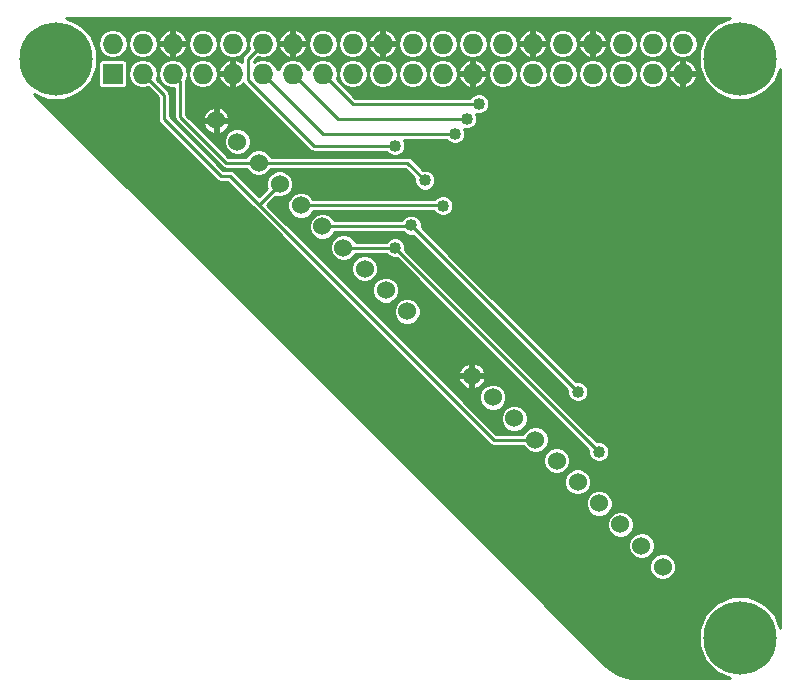
<source format=gbl>
%FSLAX46Y46*%
G04 Gerber Fmt 4.6, Leading zero omitted, Abs format (unit mm)*
G04 Created by KiCad (PCBNEW (2014-08-29 BZR 5106)-product) date Mon 08 Sep 2014 01:13:16 PM PDT*
%MOMM*%
G01*
G04 APERTURE LIST*
%ADD10C,0.100000*%
%ADD11C,6.200000*%
%ADD12R,1.727200X1.727200*%
%ADD13O,1.727200X1.727200*%
%ADD14C,1.524000*%
%ADD15C,1.016000*%
%ADD16C,0.254000*%
G04 APERTURE END LIST*
D10*
D11*
X98044000Y-80010000D03*
X155956000Y-129032000D03*
X155956000Y-80010000D03*
D12*
X102870000Y-81280000D03*
D13*
X102870000Y-78740000D03*
X105410000Y-81280000D03*
X105410000Y-78740000D03*
X107950000Y-81280000D03*
X107950000Y-78740000D03*
X110490000Y-81280000D03*
X110490000Y-78740000D03*
X113030000Y-81280000D03*
X113030000Y-78740000D03*
X115570000Y-81280000D03*
X115570000Y-78740000D03*
X118110000Y-81280000D03*
X118110000Y-78740000D03*
X120650000Y-81280000D03*
X120650000Y-78740000D03*
X123190000Y-81280000D03*
X123190000Y-78740000D03*
X125730000Y-81280000D03*
X125730000Y-78740000D03*
X128270000Y-81280000D03*
X128270000Y-78740000D03*
X130810000Y-81280000D03*
X130810000Y-78740000D03*
X133350000Y-81280000D03*
X133350000Y-78740000D03*
X135890000Y-81280000D03*
X135890000Y-78740000D03*
X138430000Y-81280000D03*
X138430000Y-78740000D03*
X140970000Y-81280000D03*
X140970000Y-78740000D03*
X143510000Y-81280000D03*
X143510000Y-78740000D03*
X146050000Y-81280000D03*
X146050000Y-78740000D03*
X148590000Y-81280000D03*
X148590000Y-78740000D03*
X151130000Y-81280000D03*
X151130000Y-78740000D03*
D14*
X111627969Y-85237369D03*
X113424021Y-87033421D03*
X115220072Y-88829472D03*
X117016123Y-90625523D03*
X118812174Y-92421574D03*
X120608226Y-94217626D03*
X122404277Y-96013677D03*
X124200328Y-97809728D03*
X125996379Y-99605779D03*
X127792431Y-101401831D03*
X133268769Y-106878169D03*
X135064821Y-108674221D03*
X136860872Y-110470272D03*
X138656923Y-112266323D03*
X140452974Y-114062374D03*
X142249026Y-115858426D03*
X144045077Y-117654477D03*
X145841128Y-119450528D03*
X147637179Y-121246579D03*
X149433231Y-123042631D03*
D15*
X129413000Y-97028000D03*
X135509000Y-103124000D03*
X138557000Y-106172000D03*
X138557000Y-102362000D03*
X141605000Y-99695000D03*
X111760000Y-90805000D03*
X124460000Y-90170000D03*
X124460000Y-90170000D03*
X124460000Y-90170000D03*
X124460000Y-90170000D03*
X104524071Y-85503147D03*
X151003000Y-98933000D03*
X121666000Y-90424000D03*
X121666000Y-90424000D03*
X129286000Y-88138000D03*
X129286000Y-88138000D03*
X129286000Y-88138000D03*
X116840000Y-92456000D03*
X116840000Y-92456000D03*
X115062000Y-90678000D03*
X115062000Y-90678000D03*
X115062000Y-90678000D03*
X115062000Y-90678000D03*
X115062000Y-90678000D03*
X128016000Y-106680000D03*
X130556000Y-104140000D03*
X132842000Y-90043000D03*
X125222000Y-109474000D03*
X106196532Y-84074000D03*
X101600000Y-87757000D03*
X101600000Y-85471000D03*
X106426000Y-86614000D03*
X146304000Y-130302000D03*
X157988000Y-124206000D03*
X157734000Y-85344000D03*
X129286000Y-90297000D03*
X131826000Y-86360000D03*
X126746000Y-87376000D03*
X132842000Y-85090000D03*
X133858000Y-83820000D03*
X144018000Y-113284000D03*
X126747677Y-96013677D03*
X128143000Y-94107000D03*
X142240000Y-108204000D03*
X130810000Y-92456000D03*
D16*
X138557000Y-106172000D02*
X135509000Y-103124000D01*
X141605000Y-99695000D02*
X138938000Y-102362000D01*
X138938000Y-102362000D02*
X138557000Y-102362000D01*
X151003000Y-98933000D02*
X150284580Y-98933000D01*
X150284580Y-98933000D02*
X149522580Y-99695000D01*
X149522580Y-99695000D02*
X141605000Y-99695000D01*
X111760000Y-90848580D02*
X111760000Y-90805000D01*
X111549580Y-91059000D02*
X111760000Y-90848580D01*
X111041580Y-90805000D02*
X111760000Y-90805000D01*
X106426000Y-86614000D02*
X110617000Y-90805000D01*
X110617000Y-90805000D02*
X111041580Y-90805000D01*
X121666000Y-90424000D02*
X124206000Y-90424000D01*
X124206000Y-90424000D02*
X124460000Y-90170000D01*
X113030000Y-80137000D02*
X112928399Y-80035399D01*
X112928399Y-80035399D02*
X109245399Y-80035399D01*
X114274601Y-79337409D02*
X114274601Y-79316965D01*
X115378990Y-77089000D02*
X116235198Y-77089000D01*
X113030000Y-81280000D02*
X113030000Y-80137000D01*
X114274601Y-79316965D02*
X114300000Y-79291566D01*
X113030000Y-80137000D02*
X113182399Y-79984601D01*
X113182399Y-79984601D02*
X113627409Y-79984601D01*
X113627409Y-79984601D02*
X114274601Y-79337409D01*
X114300000Y-79291566D02*
X114300000Y-78167990D01*
X114300000Y-78167990D02*
X115378990Y-77089000D01*
X107950000Y-80010000D02*
X107924601Y-80035399D01*
X107924601Y-80035399D02*
X104812591Y-80035399D01*
X104812591Y-80035399D02*
X104165399Y-80682591D01*
X104165399Y-80682591D02*
X104165399Y-82042867D01*
X104165399Y-82042867D02*
X105752033Y-83629501D01*
X105752033Y-83629501D02*
X106196532Y-84074000D01*
X109245399Y-80035399D02*
X107975399Y-80035399D01*
X107975399Y-80035399D02*
X107950000Y-80010000D01*
X107950000Y-80010000D02*
X107950000Y-78740000D01*
X133350000Y-80010000D02*
X118173500Y-80010000D01*
X118173500Y-80010000D02*
X118110000Y-79946500D01*
X118110000Y-79946500D02*
X118110000Y-78740000D01*
X151130000Y-81280000D02*
X151130000Y-80137000D01*
X151130000Y-80137000D02*
X151003000Y-80010000D01*
X151003000Y-80010000D02*
X143510000Y-80010000D01*
X151003000Y-98933000D02*
X150876000Y-98933000D01*
X150876000Y-98933000D02*
X140081000Y-88138000D01*
X140081000Y-88138000D02*
X129286000Y-88138000D01*
X129921000Y-91440000D02*
X122682000Y-91440000D01*
X122682000Y-91440000D02*
X121666000Y-90424000D01*
X131318000Y-90043000D02*
X129921000Y-91440000D01*
X132842000Y-90043000D02*
X131318000Y-90043000D01*
X118364000Y-90932000D02*
X116840000Y-92456000D01*
X118364000Y-89662000D02*
X118364000Y-90932000D01*
X118110000Y-89408000D02*
X118364000Y-89662000D01*
X116332000Y-89408000D02*
X118110000Y-89408000D01*
X115062000Y-90678000D02*
X116332000Y-89408000D01*
X128016000Y-106680000D02*
X128016000Y-106934000D01*
X128016000Y-106934000D02*
X125476000Y-109474000D01*
X125476000Y-109474000D02*
X125222000Y-109474000D01*
X130556000Y-104140000D02*
X130556000Y-104902000D01*
X157734000Y-85344000D02*
X137541000Y-85344000D01*
X137541000Y-85344000D02*
X132842000Y-90043000D01*
X125222000Y-109474000D02*
X125222000Y-109220000D01*
X125222000Y-109220000D02*
X103759000Y-87757000D01*
X103759000Y-87757000D02*
X101600000Y-87757000D01*
X143510000Y-80010000D02*
X143510000Y-78740000D01*
X138430000Y-80010000D02*
X138430000Y-78740000D01*
X133350000Y-81280000D02*
X133350000Y-80010000D01*
X109245399Y-80035399D02*
X109245399Y-82905601D01*
X109245399Y-82905601D02*
X109397798Y-83058000D01*
X109448600Y-83058000D02*
X109829600Y-83439000D01*
X109397798Y-83058000D02*
X109448600Y-83058000D01*
X109829600Y-83439000D02*
X111633000Y-83439000D01*
X111633000Y-83439000D02*
X111633000Y-84074000D01*
X111627969Y-84079031D02*
X111627969Y-85237369D01*
X111633000Y-84074000D02*
X111627969Y-84079031D01*
X117729000Y-77089000D02*
X118110000Y-77470000D01*
X108252686Y-77040314D02*
X108301372Y-77089000D01*
X118110000Y-77470000D02*
X118110000Y-78740000D01*
X108252686Y-77216000D02*
X108252686Y-77040314D01*
X107950000Y-77518686D02*
X108252686Y-77216000D01*
X107950000Y-78740000D02*
X107950000Y-77518686D01*
X139192000Y-80010000D02*
X138430000Y-80010000D01*
X143510000Y-80010000D02*
X139192000Y-80010000D01*
X133350000Y-80010000D02*
X138430000Y-80010000D01*
X125730000Y-78740000D02*
X125730000Y-80010000D01*
X104426402Y-85471000D02*
X101600000Y-85471000D01*
X104522016Y-85566614D02*
X101695614Y-85566614D01*
X101695614Y-85566614D02*
X101600000Y-85471000D01*
X101600000Y-87757000D02*
X105283000Y-87757000D01*
X105283000Y-87757000D02*
X105981501Y-87058499D01*
X105981501Y-87058499D02*
X106426000Y-86614000D01*
X157988000Y-123577383D02*
X157734000Y-123323383D01*
X157988000Y-124206000D02*
X157988000Y-123577383D01*
X157734000Y-123323383D02*
X157734000Y-85344000D01*
X116235198Y-77089000D02*
X117729000Y-77089000D01*
X108301372Y-77089000D02*
X116235198Y-77089000D01*
X113538000Y-90678000D02*
X112776000Y-89916000D01*
X106273599Y-82143599D02*
X105410000Y-81280000D01*
X112776000Y-89916000D02*
X112014000Y-89916000D01*
X112014000Y-89916000D02*
X107188000Y-85090000D01*
X107188000Y-85090000D02*
X107188000Y-83058000D01*
X107188000Y-83058000D02*
X106273599Y-82143599D01*
X135126323Y-112266323D02*
X113538000Y-90678000D01*
X138656923Y-112266323D02*
X135126323Y-112266323D01*
X115250823Y-92390823D02*
X113538000Y-90678000D01*
X117016123Y-90625523D02*
X115250823Y-92390823D01*
X107950000Y-81280000D02*
X108585000Y-81915000D01*
X108585000Y-81915000D02*
X108585000Y-84957880D01*
X108585000Y-84957880D02*
X112456592Y-88829472D01*
X112456592Y-88829472D02*
X115220072Y-88829472D01*
X129286000Y-90297000D02*
X127818472Y-88829472D01*
X127818472Y-88829472D02*
X115220072Y-88829472D01*
X120650000Y-86360000D02*
X115570000Y-81280000D01*
X131826000Y-86360000D02*
X120650000Y-86360000D01*
X115570000Y-78740000D02*
X115570000Y-78760444D01*
X115570000Y-78760444D02*
X114300000Y-80030444D01*
X114300000Y-80030444D02*
X114300000Y-81788000D01*
X114300000Y-81788000D02*
X119888000Y-87376000D01*
X119888000Y-87376000D02*
X126027580Y-87376000D01*
X126027580Y-87376000D02*
X126746000Y-87376000D01*
X121920000Y-85090000D02*
X118110000Y-81280000D01*
X132842000Y-85090000D02*
X121920000Y-85090000D01*
X123190000Y-83820000D02*
X120650000Y-81280000D01*
X133858000Y-83820000D02*
X123190000Y-83820000D01*
X122404277Y-96013677D02*
X126747677Y-96013677D01*
X126747677Y-96013677D02*
X144018000Y-113284000D01*
X128143000Y-94107000D02*
X142240000Y-108204000D01*
X128032374Y-94217626D02*
X120608226Y-94217626D01*
X128143000Y-94107000D02*
X128032374Y-94217626D01*
X130775574Y-92421574D02*
X130810000Y-92456000D01*
X118812174Y-92421574D02*
X130775574Y-92421574D01*
G36*
X159372300Y-128184578D02*
X158908769Y-127062748D01*
X157930403Y-126082672D01*
X156651451Y-125551605D01*
X155266624Y-125550397D01*
X153986748Y-126079231D01*
X153006672Y-127057597D01*
X152475605Y-128336549D01*
X152474397Y-129721376D01*
X153003231Y-131001252D01*
X153981597Y-131981328D01*
X155106191Y-132448300D01*
X152398983Y-132448300D01*
X152398983Y-78740000D01*
X152304243Y-78263712D01*
X152034448Y-77859935D01*
X151630671Y-77590140D01*
X151154383Y-77495400D01*
X151105617Y-77495400D01*
X150629329Y-77590140D01*
X150225552Y-77859935D01*
X149955757Y-78263712D01*
X149861017Y-78740000D01*
X149955757Y-79216288D01*
X150225552Y-79620065D01*
X150629329Y-79889860D01*
X151105617Y-79984600D01*
X151154383Y-79984600D01*
X151630671Y-79889860D01*
X152034448Y-79620065D01*
X152304243Y-79216288D01*
X152398983Y-78740000D01*
X152398983Y-132448300D01*
X152332993Y-132448300D01*
X152332993Y-81599118D01*
X152332993Y-80960882D01*
X152206305Y-80654999D01*
X151885199Y-80290690D01*
X151449120Y-80076995D01*
X151257000Y-80137135D01*
X151257000Y-81153000D01*
X152272312Y-81153000D01*
X152332993Y-80960882D01*
X152332993Y-81599118D01*
X152272312Y-81407000D01*
X151257000Y-81407000D01*
X151257000Y-82422865D01*
X151449120Y-82483005D01*
X151885199Y-82269310D01*
X152206305Y-81905001D01*
X152332993Y-81599118D01*
X152332993Y-132448300D01*
X151003000Y-132448300D01*
X151003000Y-82422865D01*
X151003000Y-81407000D01*
X151003000Y-81153000D01*
X151003000Y-80137135D01*
X150810880Y-80076995D01*
X150374801Y-80290690D01*
X150053695Y-80654999D01*
X149927007Y-80960882D01*
X149987688Y-81153000D01*
X151003000Y-81153000D01*
X151003000Y-81407000D01*
X149987688Y-81407000D01*
X149927007Y-81599118D01*
X150053695Y-81905001D01*
X150374801Y-82269310D01*
X150810880Y-82483005D01*
X151003000Y-82422865D01*
X151003000Y-132448300D01*
X150576429Y-132448300D01*
X150576429Y-122816272D01*
X150402785Y-122396019D01*
X150081534Y-122074208D01*
X149858983Y-121981796D01*
X149858983Y-81280000D01*
X149858983Y-78740000D01*
X149764243Y-78263712D01*
X149494448Y-77859935D01*
X149090671Y-77590140D01*
X148614383Y-77495400D01*
X148565617Y-77495400D01*
X148089329Y-77590140D01*
X147685552Y-77859935D01*
X147415757Y-78263712D01*
X147321017Y-78740000D01*
X147415757Y-79216288D01*
X147685552Y-79620065D01*
X148089329Y-79889860D01*
X148565617Y-79984600D01*
X148614383Y-79984600D01*
X149090671Y-79889860D01*
X149494448Y-79620065D01*
X149764243Y-79216288D01*
X149858983Y-78740000D01*
X149858983Y-81280000D01*
X149764243Y-80803712D01*
X149494448Y-80399935D01*
X149090671Y-80130140D01*
X148614383Y-80035400D01*
X148565617Y-80035400D01*
X148089329Y-80130140D01*
X147685552Y-80399935D01*
X147415757Y-80803712D01*
X147321017Y-81280000D01*
X147415757Y-81756288D01*
X147685552Y-82160065D01*
X148089329Y-82429860D01*
X148565617Y-82524600D01*
X148614383Y-82524600D01*
X149090671Y-82429860D01*
X149494448Y-82160065D01*
X149764243Y-81756288D01*
X149858983Y-81280000D01*
X149858983Y-121981796D01*
X149661585Y-121899830D01*
X149206872Y-121899433D01*
X148786619Y-122073077D01*
X148780377Y-122079308D01*
X148780377Y-121020220D01*
X148606733Y-120599967D01*
X148285482Y-120278156D01*
X147865533Y-120103778D01*
X147410820Y-120103381D01*
X147318983Y-120141327D01*
X147318983Y-81280000D01*
X147318983Y-78740000D01*
X147224243Y-78263712D01*
X146954448Y-77859935D01*
X146550671Y-77590140D01*
X146074383Y-77495400D01*
X146025617Y-77495400D01*
X145549329Y-77590140D01*
X145145552Y-77859935D01*
X144875757Y-78263712D01*
X144781017Y-78740000D01*
X144875757Y-79216288D01*
X145145552Y-79620065D01*
X145549329Y-79889860D01*
X146025617Y-79984600D01*
X146074383Y-79984600D01*
X146550671Y-79889860D01*
X146954448Y-79620065D01*
X147224243Y-79216288D01*
X147318983Y-78740000D01*
X147318983Y-81280000D01*
X147224243Y-80803712D01*
X146954448Y-80399935D01*
X146550671Y-80130140D01*
X146074383Y-80035400D01*
X146025617Y-80035400D01*
X145549329Y-80130140D01*
X145145552Y-80399935D01*
X144875757Y-80803712D01*
X144781017Y-81280000D01*
X144875757Y-81756288D01*
X145145552Y-82160065D01*
X145549329Y-82429860D01*
X146025617Y-82524600D01*
X146074383Y-82524600D01*
X146550671Y-82429860D01*
X146954448Y-82160065D01*
X147224243Y-81756288D01*
X147318983Y-81280000D01*
X147318983Y-120141327D01*
X146990567Y-120277025D01*
X146984326Y-120283255D01*
X146984326Y-119224169D01*
X146810682Y-118803916D01*
X146489431Y-118482105D01*
X146069482Y-118307727D01*
X145614769Y-118307330D01*
X145194516Y-118480974D01*
X145188275Y-118487204D01*
X145188275Y-117428118D01*
X145014631Y-117007865D01*
X144907154Y-116900200D01*
X144907154Y-113107943D01*
X144778983Y-112797745D01*
X144778983Y-81280000D01*
X144712993Y-80948247D01*
X144712993Y-79059118D01*
X144712993Y-78420882D01*
X144586305Y-78114999D01*
X144265199Y-77750690D01*
X143829120Y-77536995D01*
X143637000Y-77597135D01*
X143637000Y-78613000D01*
X144652312Y-78613000D01*
X144712993Y-78420882D01*
X144712993Y-79059118D01*
X144652312Y-78867000D01*
X143637000Y-78867000D01*
X143637000Y-79882865D01*
X143829120Y-79943005D01*
X144265199Y-79729310D01*
X144586305Y-79365001D01*
X144712993Y-79059118D01*
X144712993Y-80948247D01*
X144684243Y-80803712D01*
X144414448Y-80399935D01*
X144010671Y-80130140D01*
X143534383Y-80035400D01*
X143485617Y-80035400D01*
X143383000Y-80055811D01*
X143383000Y-79882865D01*
X143383000Y-78867000D01*
X143383000Y-78613000D01*
X143383000Y-77597135D01*
X143190880Y-77536995D01*
X142754801Y-77750690D01*
X142433695Y-78114999D01*
X142307007Y-78420882D01*
X142367688Y-78613000D01*
X143383000Y-78613000D01*
X143383000Y-78867000D01*
X142367688Y-78867000D01*
X142307007Y-79059118D01*
X142433695Y-79365001D01*
X142754801Y-79729310D01*
X143190880Y-79943005D01*
X143383000Y-79882865D01*
X143383000Y-80055811D01*
X143009329Y-80130140D01*
X142605552Y-80399935D01*
X142335757Y-80803712D01*
X142241017Y-81280000D01*
X142335757Y-81756288D01*
X142605552Y-82160065D01*
X143009329Y-82429860D01*
X143485617Y-82524600D01*
X143534383Y-82524600D01*
X144010671Y-82429860D01*
X144414448Y-82160065D01*
X144684243Y-81756288D01*
X144778983Y-81280000D01*
X144778983Y-112797745D01*
X144772097Y-112781080D01*
X144522236Y-112530782D01*
X144195609Y-112395154D01*
X143847270Y-112394850D01*
X143129154Y-111676734D01*
X143129154Y-108027943D01*
X142994097Y-107701080D01*
X142744236Y-107450782D01*
X142417609Y-107315154D01*
X142238983Y-107314998D01*
X142238983Y-81280000D01*
X142238983Y-78740000D01*
X142144243Y-78263712D01*
X141874448Y-77859935D01*
X141470671Y-77590140D01*
X140994383Y-77495400D01*
X140945617Y-77495400D01*
X140469329Y-77590140D01*
X140065552Y-77859935D01*
X139795757Y-78263712D01*
X139701017Y-78740000D01*
X139795757Y-79216288D01*
X140065552Y-79620065D01*
X140469329Y-79889860D01*
X140945617Y-79984600D01*
X140994383Y-79984600D01*
X141470671Y-79889860D01*
X141874448Y-79620065D01*
X142144243Y-79216288D01*
X142238983Y-78740000D01*
X142238983Y-81280000D01*
X142144243Y-80803712D01*
X141874448Y-80399935D01*
X141470671Y-80130140D01*
X140994383Y-80035400D01*
X140945617Y-80035400D01*
X140469329Y-80130140D01*
X140065552Y-80399935D01*
X139795757Y-80803712D01*
X139701017Y-81280000D01*
X139795757Y-81756288D01*
X140065552Y-82160065D01*
X140469329Y-82429860D01*
X140945617Y-82524600D01*
X140994383Y-82524600D01*
X141470671Y-82429860D01*
X141874448Y-82160065D01*
X142144243Y-81756288D01*
X142238983Y-81280000D01*
X142238983Y-107314998D01*
X142069271Y-107314850D01*
X139698983Y-104944562D01*
X139698983Y-81280000D01*
X139632993Y-80948247D01*
X139632993Y-79059118D01*
X139632993Y-78420882D01*
X139506305Y-78114999D01*
X139185199Y-77750690D01*
X138749120Y-77536995D01*
X138557000Y-77597135D01*
X138557000Y-78613000D01*
X139572312Y-78613000D01*
X139632993Y-78420882D01*
X139632993Y-79059118D01*
X139572312Y-78867000D01*
X138557000Y-78867000D01*
X138557000Y-79882865D01*
X138749120Y-79943005D01*
X139185199Y-79729310D01*
X139506305Y-79365001D01*
X139632993Y-79059118D01*
X139632993Y-80948247D01*
X139604243Y-80803712D01*
X139334448Y-80399935D01*
X138930671Y-80130140D01*
X138454383Y-80035400D01*
X138405617Y-80035400D01*
X138303000Y-80055811D01*
X138303000Y-79882865D01*
X138303000Y-78867000D01*
X138303000Y-78613000D01*
X138303000Y-77597135D01*
X138110880Y-77536995D01*
X137674801Y-77750690D01*
X137353695Y-78114999D01*
X137227007Y-78420882D01*
X137287688Y-78613000D01*
X138303000Y-78613000D01*
X138303000Y-78867000D01*
X137287688Y-78867000D01*
X137227007Y-79059118D01*
X137353695Y-79365001D01*
X137674801Y-79729310D01*
X138110880Y-79943005D01*
X138303000Y-79882865D01*
X138303000Y-80055811D01*
X137929329Y-80130140D01*
X137525552Y-80399935D01*
X137255757Y-80803712D01*
X137161017Y-81280000D01*
X137255757Y-81756288D01*
X137525552Y-82160065D01*
X137929329Y-82429860D01*
X138405617Y-82524600D01*
X138454383Y-82524600D01*
X138930671Y-82429860D01*
X139334448Y-82160065D01*
X139604243Y-81756288D01*
X139698983Y-81280000D01*
X139698983Y-104944562D01*
X137158983Y-102404562D01*
X137158983Y-81280000D01*
X137158983Y-78740000D01*
X137064243Y-78263712D01*
X136794448Y-77859935D01*
X136390671Y-77590140D01*
X135914383Y-77495400D01*
X135865617Y-77495400D01*
X135389329Y-77590140D01*
X134985552Y-77859935D01*
X134715757Y-78263712D01*
X134621017Y-78740000D01*
X134715757Y-79216288D01*
X134985552Y-79620065D01*
X135389329Y-79889860D01*
X135865617Y-79984600D01*
X135914383Y-79984600D01*
X136390671Y-79889860D01*
X136794448Y-79620065D01*
X137064243Y-79216288D01*
X137158983Y-78740000D01*
X137158983Y-81280000D01*
X137064243Y-80803712D01*
X136794448Y-80399935D01*
X136390671Y-80130140D01*
X135914383Y-80035400D01*
X135865617Y-80035400D01*
X135389329Y-80130140D01*
X134985552Y-80399935D01*
X134715757Y-80803712D01*
X134621017Y-81280000D01*
X134715757Y-81756288D01*
X134985552Y-82160065D01*
X135389329Y-82429860D01*
X135865617Y-82524600D01*
X135914383Y-82524600D01*
X136390671Y-82429860D01*
X136794448Y-82160065D01*
X137064243Y-81756288D01*
X137158983Y-81280000D01*
X137158983Y-102404562D01*
X134747154Y-99992733D01*
X134747154Y-83643943D01*
X134618983Y-83333745D01*
X134618983Y-78740000D01*
X134524243Y-78263712D01*
X134254448Y-77859935D01*
X133850671Y-77590140D01*
X133374383Y-77495400D01*
X133325617Y-77495400D01*
X132849329Y-77590140D01*
X132445552Y-77859935D01*
X132175757Y-78263712D01*
X132081017Y-78740000D01*
X132175757Y-79216288D01*
X132445552Y-79620065D01*
X132849329Y-79889860D01*
X133325617Y-79984600D01*
X133374383Y-79984600D01*
X133850671Y-79889860D01*
X134254448Y-79620065D01*
X134524243Y-79216288D01*
X134618983Y-78740000D01*
X134618983Y-83333745D01*
X134612097Y-83317080D01*
X134552993Y-83257872D01*
X134552993Y-81599118D01*
X134552993Y-80960882D01*
X134426305Y-80654999D01*
X134105199Y-80290690D01*
X133669120Y-80076995D01*
X133477000Y-80137135D01*
X133477000Y-81153000D01*
X134492312Y-81153000D01*
X134552993Y-80960882D01*
X134552993Y-81599118D01*
X134492312Y-81407000D01*
X133477000Y-81407000D01*
X133477000Y-82422865D01*
X133669120Y-82483005D01*
X134105199Y-82269310D01*
X134426305Y-81905001D01*
X134552993Y-81599118D01*
X134552993Y-83257872D01*
X134362236Y-83066782D01*
X134035609Y-82931154D01*
X133681943Y-82930846D01*
X133355080Y-83065903D01*
X133223000Y-83197752D01*
X133223000Y-82422865D01*
X133223000Y-81407000D01*
X133223000Y-81153000D01*
X133223000Y-80137135D01*
X133030880Y-80076995D01*
X132594801Y-80290690D01*
X132273695Y-80654999D01*
X132147007Y-80960882D01*
X132207688Y-81153000D01*
X133223000Y-81153000D01*
X133223000Y-81407000D01*
X132207688Y-81407000D01*
X132147007Y-81599118D01*
X132273695Y-81905001D01*
X132594801Y-82269310D01*
X133030880Y-82483005D01*
X133223000Y-82422865D01*
X133223000Y-83197752D01*
X133108552Y-83312000D01*
X132078983Y-83312000D01*
X132078983Y-81280000D01*
X132078983Y-78740000D01*
X131984243Y-78263712D01*
X131714448Y-77859935D01*
X131310671Y-77590140D01*
X130834383Y-77495400D01*
X130785617Y-77495400D01*
X130309329Y-77590140D01*
X129905552Y-77859935D01*
X129635757Y-78263712D01*
X129541017Y-78740000D01*
X129635757Y-79216288D01*
X129905552Y-79620065D01*
X130309329Y-79889860D01*
X130785617Y-79984600D01*
X130834383Y-79984600D01*
X131310671Y-79889860D01*
X131714448Y-79620065D01*
X131984243Y-79216288D01*
X132078983Y-78740000D01*
X132078983Y-81280000D01*
X131984243Y-80803712D01*
X131714448Y-80399935D01*
X131310671Y-80130140D01*
X130834383Y-80035400D01*
X130785617Y-80035400D01*
X130309329Y-80130140D01*
X129905552Y-80399935D01*
X129635757Y-80803712D01*
X129541017Y-81280000D01*
X129635757Y-81756288D01*
X129905552Y-82160065D01*
X130309329Y-82429860D01*
X130785617Y-82524600D01*
X130834383Y-82524600D01*
X131310671Y-82429860D01*
X131714448Y-82160065D01*
X131984243Y-81756288D01*
X132078983Y-81280000D01*
X132078983Y-83312000D01*
X129538983Y-83312000D01*
X129538983Y-81280000D01*
X129538983Y-78740000D01*
X129444243Y-78263712D01*
X129174448Y-77859935D01*
X128770671Y-77590140D01*
X128294383Y-77495400D01*
X128245617Y-77495400D01*
X127769329Y-77590140D01*
X127365552Y-77859935D01*
X127095757Y-78263712D01*
X127001017Y-78740000D01*
X127095757Y-79216288D01*
X127365552Y-79620065D01*
X127769329Y-79889860D01*
X128245617Y-79984600D01*
X128294383Y-79984600D01*
X128770671Y-79889860D01*
X129174448Y-79620065D01*
X129444243Y-79216288D01*
X129538983Y-78740000D01*
X129538983Y-81280000D01*
X129444243Y-80803712D01*
X129174448Y-80399935D01*
X128770671Y-80130140D01*
X128294383Y-80035400D01*
X128245617Y-80035400D01*
X127769329Y-80130140D01*
X127365552Y-80399935D01*
X127095757Y-80803712D01*
X127001017Y-81280000D01*
X127095757Y-81756288D01*
X127365552Y-82160065D01*
X127769329Y-82429860D01*
X128245617Y-82524600D01*
X128294383Y-82524600D01*
X128770671Y-82429860D01*
X129174448Y-82160065D01*
X129444243Y-81756288D01*
X129538983Y-81280000D01*
X129538983Y-83312000D01*
X126998983Y-83312000D01*
X126998983Y-81280000D01*
X126932993Y-80948247D01*
X126932993Y-79059118D01*
X126932993Y-78420882D01*
X126806305Y-78114999D01*
X126485199Y-77750690D01*
X126049120Y-77536995D01*
X125857000Y-77597135D01*
X125857000Y-78613000D01*
X126872312Y-78613000D01*
X126932993Y-78420882D01*
X126932993Y-79059118D01*
X126872312Y-78867000D01*
X125857000Y-78867000D01*
X125857000Y-79882865D01*
X126049120Y-79943005D01*
X126485199Y-79729310D01*
X126806305Y-79365001D01*
X126932993Y-79059118D01*
X126932993Y-80948247D01*
X126904243Y-80803712D01*
X126634448Y-80399935D01*
X126230671Y-80130140D01*
X125754383Y-80035400D01*
X125705617Y-80035400D01*
X125603000Y-80055811D01*
X125603000Y-79882865D01*
X125603000Y-78867000D01*
X125603000Y-78613000D01*
X125603000Y-77597135D01*
X125410880Y-77536995D01*
X124974801Y-77750690D01*
X124653695Y-78114999D01*
X124527007Y-78420882D01*
X124587688Y-78613000D01*
X125603000Y-78613000D01*
X125603000Y-78867000D01*
X124587688Y-78867000D01*
X124527007Y-79059118D01*
X124653695Y-79365001D01*
X124974801Y-79729310D01*
X125410880Y-79943005D01*
X125603000Y-79882865D01*
X125603000Y-80055811D01*
X125229329Y-80130140D01*
X124825552Y-80399935D01*
X124555757Y-80803712D01*
X124461017Y-81280000D01*
X124555757Y-81756288D01*
X124825552Y-82160065D01*
X125229329Y-82429860D01*
X125705617Y-82524600D01*
X125754383Y-82524600D01*
X126230671Y-82429860D01*
X126634448Y-82160065D01*
X126904243Y-81756288D01*
X126998983Y-81280000D01*
X126998983Y-83312000D01*
X124458983Y-83312000D01*
X124458983Y-81280000D01*
X124458983Y-78740000D01*
X124364243Y-78263712D01*
X124094448Y-77859935D01*
X123690671Y-77590140D01*
X123214383Y-77495400D01*
X123165617Y-77495400D01*
X122689329Y-77590140D01*
X122285552Y-77859935D01*
X122015757Y-78263712D01*
X121921017Y-78740000D01*
X122015757Y-79216288D01*
X122285552Y-79620065D01*
X122689329Y-79889860D01*
X123165617Y-79984600D01*
X123214383Y-79984600D01*
X123690671Y-79889860D01*
X124094448Y-79620065D01*
X124364243Y-79216288D01*
X124458983Y-78740000D01*
X124458983Y-81280000D01*
X124364243Y-80803712D01*
X124094448Y-80399935D01*
X123690671Y-80130140D01*
X123214383Y-80035400D01*
X123165617Y-80035400D01*
X122689329Y-80130140D01*
X122285552Y-80399935D01*
X122015757Y-80803712D01*
X121921017Y-81280000D01*
X122015757Y-81756288D01*
X122285552Y-82160065D01*
X122689329Y-82429860D01*
X123165617Y-82524600D01*
X123214383Y-82524600D01*
X123690671Y-82429860D01*
X124094448Y-82160065D01*
X124364243Y-81756288D01*
X124458983Y-81280000D01*
X124458983Y-83312000D01*
X123400420Y-83312000D01*
X121827638Y-81739218D01*
X121918983Y-81280000D01*
X121918983Y-78740000D01*
X121824243Y-78263712D01*
X121554448Y-77859935D01*
X121150671Y-77590140D01*
X120674383Y-77495400D01*
X120625617Y-77495400D01*
X120149329Y-77590140D01*
X119745552Y-77859935D01*
X119475757Y-78263712D01*
X119381017Y-78740000D01*
X119475757Y-79216288D01*
X119745552Y-79620065D01*
X120149329Y-79889860D01*
X120625617Y-79984600D01*
X120674383Y-79984600D01*
X121150671Y-79889860D01*
X121554448Y-79620065D01*
X121824243Y-79216288D01*
X121918983Y-78740000D01*
X121918983Y-81280000D01*
X121824243Y-80803712D01*
X121554448Y-80399935D01*
X121150671Y-80130140D01*
X120674383Y-80035400D01*
X120625617Y-80035400D01*
X120149329Y-80130140D01*
X119745552Y-80399935D01*
X119475757Y-80803712D01*
X119456802Y-80899000D01*
X119312993Y-80899000D01*
X119312993Y-79059118D01*
X119312993Y-78420882D01*
X119186305Y-78114999D01*
X118865199Y-77750690D01*
X118429120Y-77536995D01*
X118237000Y-77597135D01*
X118237000Y-78613000D01*
X119252312Y-78613000D01*
X119312993Y-78420882D01*
X119312993Y-79059118D01*
X119252312Y-78867000D01*
X118237000Y-78867000D01*
X118237000Y-79882865D01*
X118429120Y-79943005D01*
X118865199Y-79729310D01*
X119186305Y-79365001D01*
X119312993Y-79059118D01*
X119312993Y-80899000D01*
X119303197Y-80899000D01*
X119284243Y-80803712D01*
X119014448Y-80399935D01*
X118610671Y-80130140D01*
X118134383Y-80035400D01*
X118085617Y-80035400D01*
X117983000Y-80055811D01*
X117983000Y-79882865D01*
X117983000Y-78867000D01*
X117983000Y-78613000D01*
X117983000Y-77597135D01*
X117790880Y-77536995D01*
X117354801Y-77750690D01*
X117033695Y-78114999D01*
X116907007Y-78420882D01*
X116967688Y-78613000D01*
X117983000Y-78613000D01*
X117983000Y-78867000D01*
X116967688Y-78867000D01*
X116907007Y-79059118D01*
X117033695Y-79365001D01*
X117354801Y-79729310D01*
X117790880Y-79943005D01*
X117983000Y-79882865D01*
X117983000Y-80055811D01*
X117609329Y-80130140D01*
X117205552Y-80399935D01*
X116935757Y-80803712D01*
X116916802Y-80899000D01*
X116763197Y-80899000D01*
X116744243Y-80803712D01*
X116474448Y-80399935D01*
X116070671Y-80130140D01*
X115594383Y-80035400D01*
X115545617Y-80035400D01*
X115069329Y-80130140D01*
X114808000Y-80304754D01*
X114808000Y-80240864D01*
X115144125Y-79904738D01*
X115545617Y-79984600D01*
X115594383Y-79984600D01*
X116070671Y-79889860D01*
X116474448Y-79620065D01*
X116744243Y-79216288D01*
X116838983Y-78740000D01*
X116744243Y-78263712D01*
X116474448Y-77859935D01*
X116070671Y-77590140D01*
X115594383Y-77495400D01*
X115545617Y-77495400D01*
X115069329Y-77590140D01*
X114665552Y-77859935D01*
X114395757Y-78263712D01*
X114301017Y-78740000D01*
X114395753Y-79216270D01*
X114298983Y-79313040D01*
X114298983Y-78740000D01*
X114204243Y-78263712D01*
X113934448Y-77859935D01*
X113530671Y-77590140D01*
X113054383Y-77495400D01*
X113005617Y-77495400D01*
X112529329Y-77590140D01*
X112125552Y-77859935D01*
X111855757Y-78263712D01*
X111761017Y-78740000D01*
X111855757Y-79216288D01*
X112125552Y-79620065D01*
X112529329Y-79889860D01*
X113005617Y-79984600D01*
X113054383Y-79984600D01*
X113530671Y-79889860D01*
X113934448Y-79620065D01*
X114204243Y-79216288D01*
X114298983Y-78740000D01*
X114298983Y-79313040D01*
X113940790Y-79671234D01*
X113830669Y-79836041D01*
X113792000Y-80030444D01*
X113792000Y-80298406D01*
X113785199Y-80290690D01*
X113349120Y-80076995D01*
X113157000Y-80137135D01*
X113157000Y-81153000D01*
X113177000Y-81153000D01*
X113177000Y-81407000D01*
X113157000Y-81407000D01*
X113157000Y-82422865D01*
X113349120Y-82483005D01*
X113785199Y-82269310D01*
X113920105Y-82116253D01*
X113940790Y-82147210D01*
X119528789Y-87735210D01*
X119528790Y-87735210D01*
X119693596Y-87845331D01*
X119693597Y-87845331D01*
X119725849Y-87851746D01*
X119888000Y-87884000D01*
X125996974Y-87884000D01*
X126241764Y-88129218D01*
X126568391Y-88264846D01*
X126922057Y-88265154D01*
X127248920Y-88130097D01*
X127499218Y-87880236D01*
X127634846Y-87553609D01*
X127635154Y-87199943D01*
X127500097Y-86873080D01*
X127495025Y-86868000D01*
X131076974Y-86868000D01*
X131321764Y-87113218D01*
X131648391Y-87248846D01*
X132002057Y-87249154D01*
X132328920Y-87114097D01*
X132579218Y-86864236D01*
X132714846Y-86537609D01*
X132715154Y-86183943D01*
X132623371Y-85961813D01*
X132664391Y-85978846D01*
X133018057Y-85979154D01*
X133344920Y-85844097D01*
X133595218Y-85594236D01*
X133730846Y-85267609D01*
X133731154Y-84913943D01*
X133639371Y-84691813D01*
X133680391Y-84708846D01*
X134034057Y-84709154D01*
X134360920Y-84574097D01*
X134611218Y-84324236D01*
X134746846Y-83997609D01*
X134747154Y-83643943D01*
X134747154Y-99992733D01*
X131699154Y-96944733D01*
X131699154Y-92279943D01*
X131564097Y-91953080D01*
X131314236Y-91702782D01*
X130987609Y-91567154D01*
X130633943Y-91566846D01*
X130307080Y-91701903D01*
X130175154Y-91833598D01*
X130175154Y-90120943D01*
X130040097Y-89794080D01*
X129790236Y-89543782D01*
X129463609Y-89408154D01*
X129115270Y-89407850D01*
X128177682Y-88470262D01*
X128012875Y-88360141D01*
X127818472Y-88321472D01*
X116246898Y-88321472D01*
X116189626Y-88182860D01*
X115868375Y-87861049D01*
X115448426Y-87686671D01*
X114993713Y-87686274D01*
X114573460Y-87859918D01*
X114567219Y-87866148D01*
X114567219Y-86807062D01*
X114393575Y-86386809D01*
X114072324Y-86064998D01*
X113652375Y-85890620D01*
X113197662Y-85890223D01*
X112903000Y-86011974D01*
X112903000Y-82422865D01*
X112903000Y-81407000D01*
X112903000Y-81153000D01*
X112903000Y-80137135D01*
X112710880Y-80076995D01*
X112274801Y-80290690D01*
X111953695Y-80654999D01*
X111827007Y-80960882D01*
X111887688Y-81153000D01*
X112903000Y-81153000D01*
X112903000Y-81407000D01*
X111887688Y-81407000D01*
X111827007Y-81599118D01*
X111953695Y-81905001D01*
X112274801Y-82269310D01*
X112710880Y-82483005D01*
X112903000Y-82422865D01*
X112903000Y-86011974D01*
X112777409Y-86063867D01*
X112752291Y-86088941D01*
X112752291Y-85544027D01*
X112752291Y-84930711D01*
X112549354Y-84523795D01*
X112206145Y-84225514D01*
X111934627Y-84113047D01*
X111758983Y-84173409D01*
X111758983Y-81280000D01*
X111758983Y-78740000D01*
X111664243Y-78263712D01*
X111394448Y-77859935D01*
X110990671Y-77590140D01*
X110514383Y-77495400D01*
X110465617Y-77495400D01*
X109989329Y-77590140D01*
X109585552Y-77859935D01*
X109315757Y-78263712D01*
X109221017Y-78740000D01*
X109315757Y-79216288D01*
X109585552Y-79620065D01*
X109989329Y-79889860D01*
X110465617Y-79984600D01*
X110514383Y-79984600D01*
X110990671Y-79889860D01*
X111394448Y-79620065D01*
X111664243Y-79216288D01*
X111758983Y-78740000D01*
X111758983Y-81280000D01*
X111664243Y-80803712D01*
X111394448Y-80399935D01*
X110990671Y-80130140D01*
X110514383Y-80035400D01*
X110465617Y-80035400D01*
X109989329Y-80130140D01*
X109585552Y-80399935D01*
X109315757Y-80803712D01*
X109221017Y-81280000D01*
X109315757Y-81756288D01*
X109585552Y-82160065D01*
X109989329Y-82429860D01*
X110465617Y-82524600D01*
X110514383Y-82524600D01*
X110990671Y-82429860D01*
X111394448Y-82160065D01*
X111664243Y-81756288D01*
X111758983Y-81280000D01*
X111758983Y-84173409D01*
X111754969Y-84174789D01*
X111754969Y-85110369D01*
X112690549Y-85110369D01*
X112752291Y-84930711D01*
X112752291Y-85544027D01*
X112690549Y-85364369D01*
X111754969Y-85364369D01*
X111754969Y-86299949D01*
X111934627Y-86361691D01*
X112341543Y-86158754D01*
X112639824Y-85815545D01*
X112752291Y-85544027D01*
X112752291Y-86088941D01*
X112455598Y-86385118D01*
X112281220Y-86805067D01*
X112280823Y-87259780D01*
X112454467Y-87680033D01*
X112775718Y-88001844D01*
X113195667Y-88176222D01*
X113650380Y-88176619D01*
X114070633Y-88002975D01*
X114392444Y-87681724D01*
X114566822Y-87261775D01*
X114567219Y-86807062D01*
X114567219Y-87866148D01*
X114251649Y-88181169D01*
X114193390Y-88321472D01*
X112667012Y-88321472D01*
X111500969Y-87155429D01*
X111500969Y-86299949D01*
X111500969Y-85364369D01*
X111500969Y-85110369D01*
X111500969Y-84174789D01*
X111321311Y-84113047D01*
X110914395Y-84315984D01*
X110616114Y-84659193D01*
X110503647Y-84930711D01*
X110565389Y-85110369D01*
X111500969Y-85110369D01*
X111500969Y-85364369D01*
X110565389Y-85364369D01*
X110503647Y-85544027D01*
X110706584Y-85950943D01*
X111049793Y-86249224D01*
X111321311Y-86361691D01*
X111500969Y-86299949D01*
X111500969Y-87155429D01*
X109093000Y-84747460D01*
X109093000Y-81915000D01*
X109075839Y-81828728D01*
X109124243Y-81756288D01*
X109218983Y-81280000D01*
X109152993Y-80948247D01*
X109152993Y-79059118D01*
X109152993Y-78420882D01*
X109026305Y-78114999D01*
X108705199Y-77750690D01*
X108269120Y-77536995D01*
X108077000Y-77597135D01*
X108077000Y-78613000D01*
X109092312Y-78613000D01*
X109152993Y-78420882D01*
X109152993Y-79059118D01*
X109092312Y-78867000D01*
X108077000Y-78867000D01*
X108077000Y-79882865D01*
X108269120Y-79943005D01*
X108705199Y-79729310D01*
X109026305Y-79365001D01*
X109152993Y-79059118D01*
X109152993Y-80948247D01*
X109124243Y-80803712D01*
X108854448Y-80399935D01*
X108450671Y-80130140D01*
X107974383Y-80035400D01*
X107925617Y-80035400D01*
X107823000Y-80055811D01*
X107823000Y-79882865D01*
X107823000Y-78867000D01*
X107823000Y-78613000D01*
X107823000Y-77597135D01*
X107630880Y-77536995D01*
X107194801Y-77750690D01*
X106873695Y-78114999D01*
X106747007Y-78420882D01*
X106807688Y-78613000D01*
X107823000Y-78613000D01*
X107823000Y-78867000D01*
X106807688Y-78867000D01*
X106747007Y-79059118D01*
X106873695Y-79365001D01*
X107194801Y-79729310D01*
X107630880Y-79943005D01*
X107823000Y-79882865D01*
X107823000Y-80055811D01*
X107449329Y-80130140D01*
X107045552Y-80399935D01*
X106775757Y-80803712D01*
X106681017Y-81280000D01*
X106775757Y-81756288D01*
X107045552Y-82160065D01*
X107449329Y-82429860D01*
X107925617Y-82524600D01*
X107974383Y-82524600D01*
X108077000Y-82504188D01*
X108077000Y-84957880D01*
X108115669Y-85152283D01*
X108225790Y-85317090D01*
X112097382Y-89188682D01*
X112262189Y-89298803D01*
X112456592Y-89337472D01*
X114193245Y-89337472D01*
X114250518Y-89476084D01*
X114571769Y-89797895D01*
X114991718Y-89972273D01*
X115446431Y-89972670D01*
X115866684Y-89799026D01*
X116188495Y-89477775D01*
X116246753Y-89337472D01*
X127608052Y-89337472D01*
X128397147Y-90126567D01*
X128396846Y-90473057D01*
X128531903Y-90799920D01*
X128781764Y-91050218D01*
X129108391Y-91185846D01*
X129462057Y-91186154D01*
X129788920Y-91051097D01*
X130039218Y-90801236D01*
X130174846Y-90474609D01*
X130175154Y-90120943D01*
X130175154Y-91833598D01*
X130095038Y-91913574D01*
X119839000Y-91913574D01*
X119781728Y-91774962D01*
X119460477Y-91453151D01*
X119040528Y-91278773D01*
X118585815Y-91278376D01*
X118165562Y-91452020D01*
X117843751Y-91773271D01*
X117669373Y-92193220D01*
X117668976Y-92647933D01*
X117842620Y-93068186D01*
X118163871Y-93389997D01*
X118583820Y-93564375D01*
X119038533Y-93564772D01*
X119458786Y-93391128D01*
X119780597Y-93069877D01*
X119838855Y-92929574D01*
X130043777Y-92929574D01*
X130055903Y-92958920D01*
X130305764Y-93209218D01*
X130632391Y-93344846D01*
X130986057Y-93345154D01*
X131312920Y-93210097D01*
X131563218Y-92960236D01*
X131698846Y-92633609D01*
X131699154Y-92279943D01*
X131699154Y-96944733D01*
X129031852Y-94277432D01*
X129032154Y-93930943D01*
X128897097Y-93604080D01*
X128647236Y-93353782D01*
X128320609Y-93218154D01*
X127966943Y-93217846D01*
X127640080Y-93352903D01*
X127389782Y-93602764D01*
X127345408Y-93709626D01*
X121635052Y-93709626D01*
X121577780Y-93571014D01*
X121256529Y-93249203D01*
X120836580Y-93074825D01*
X120381867Y-93074428D01*
X119961614Y-93248072D01*
X119639803Y-93569323D01*
X119465425Y-93989272D01*
X119465028Y-94443985D01*
X119638672Y-94864238D01*
X119959923Y-95186049D01*
X120379872Y-95360427D01*
X120834585Y-95360824D01*
X121254838Y-95187180D01*
X121576649Y-94865929D01*
X121634907Y-94725626D01*
X127504406Y-94725626D01*
X127638764Y-94860218D01*
X127965391Y-94995846D01*
X128313729Y-94996149D01*
X141351147Y-108033568D01*
X141350846Y-108380057D01*
X141485903Y-108706920D01*
X141735764Y-108957218D01*
X142062391Y-109092846D01*
X142416057Y-109093154D01*
X142742920Y-108958097D01*
X142993218Y-108708236D01*
X143128846Y-108381609D01*
X143129154Y-108027943D01*
X143129154Y-111676734D01*
X127636529Y-96184109D01*
X127636831Y-95837620D01*
X127501774Y-95510757D01*
X127251913Y-95260459D01*
X126925286Y-95124831D01*
X126571620Y-95124523D01*
X126244757Y-95259580D01*
X125998229Y-95505677D01*
X123431103Y-95505677D01*
X123373831Y-95367065D01*
X123052580Y-95045254D01*
X122632631Y-94870876D01*
X122177918Y-94870479D01*
X121757665Y-95044123D01*
X121435854Y-95365374D01*
X121261476Y-95785323D01*
X121261079Y-96240036D01*
X121434723Y-96660289D01*
X121755974Y-96982100D01*
X122175923Y-97156478D01*
X122630636Y-97156875D01*
X123050889Y-96983231D01*
X123372700Y-96661980D01*
X123430958Y-96521677D01*
X125998651Y-96521677D01*
X126243441Y-96766895D01*
X126570068Y-96902523D01*
X126918406Y-96902826D01*
X143129147Y-113113567D01*
X143128846Y-113460057D01*
X143263903Y-113786920D01*
X143513764Y-114037218D01*
X143840391Y-114172846D01*
X144194057Y-114173154D01*
X144520920Y-114038097D01*
X144771218Y-113788236D01*
X144906846Y-113461609D01*
X144907154Y-113107943D01*
X144907154Y-116900200D01*
X144693380Y-116686054D01*
X144273431Y-116511676D01*
X143818718Y-116511279D01*
X143398465Y-116684923D01*
X143392224Y-116691153D01*
X143392224Y-115632067D01*
X143218580Y-115211814D01*
X142897329Y-114890003D01*
X142477380Y-114715625D01*
X142022667Y-114715228D01*
X141602414Y-114888872D01*
X141596172Y-114895103D01*
X141596172Y-113836015D01*
X141422528Y-113415762D01*
X141101277Y-113093951D01*
X140681328Y-112919573D01*
X140226615Y-112919176D01*
X139806362Y-113092820D01*
X139800121Y-113099050D01*
X139800121Y-112039964D01*
X139626477Y-111619711D01*
X139305226Y-111297900D01*
X138885277Y-111123522D01*
X138430564Y-111123125D01*
X138010311Y-111296769D01*
X138004070Y-111302999D01*
X138004070Y-110243913D01*
X137830426Y-109823660D01*
X137509175Y-109501849D01*
X137089226Y-109327471D01*
X136634513Y-109327074D01*
X136214260Y-109500718D01*
X136208019Y-109506948D01*
X136208019Y-108447862D01*
X136034375Y-108027609D01*
X135713124Y-107705798D01*
X135293175Y-107531420D01*
X134838462Y-107531023D01*
X134418209Y-107704667D01*
X134393091Y-107729741D01*
X134393091Y-107184827D01*
X134393091Y-106571511D01*
X134190154Y-106164595D01*
X133846945Y-105866314D01*
X133575427Y-105753847D01*
X133395769Y-105815589D01*
X133395769Y-106751169D01*
X134331349Y-106751169D01*
X134393091Y-106571511D01*
X134393091Y-107184827D01*
X134331349Y-107005169D01*
X133395769Y-107005169D01*
X133395769Y-107940749D01*
X133575427Y-108002491D01*
X133982343Y-107799554D01*
X134280624Y-107456345D01*
X134393091Y-107184827D01*
X134393091Y-107729741D01*
X134096398Y-108025918D01*
X133922020Y-108445867D01*
X133921623Y-108900580D01*
X134095267Y-109320833D01*
X134416518Y-109642644D01*
X134836467Y-109817022D01*
X135291180Y-109817419D01*
X135711433Y-109643775D01*
X136033244Y-109322524D01*
X136207622Y-108902575D01*
X136208019Y-108447862D01*
X136208019Y-109506948D01*
X135892449Y-109821969D01*
X135718071Y-110241918D01*
X135717674Y-110696631D01*
X135891318Y-111116884D01*
X136212569Y-111438695D01*
X136632518Y-111613073D01*
X137087231Y-111613470D01*
X137507484Y-111439826D01*
X137829295Y-111118575D01*
X138003673Y-110698626D01*
X138004070Y-110243913D01*
X138004070Y-111302999D01*
X137688500Y-111618020D01*
X137630241Y-111758323D01*
X135336742Y-111758323D01*
X133141769Y-109563349D01*
X133141769Y-107940749D01*
X133141769Y-107005169D01*
X133141769Y-106751169D01*
X133141769Y-105815589D01*
X132962111Y-105753847D01*
X132555195Y-105956784D01*
X132256914Y-106299993D01*
X132144447Y-106571511D01*
X132206189Y-106751169D01*
X133141769Y-106751169D01*
X133141769Y-107005169D01*
X132206189Y-107005169D01*
X132144447Y-107184827D01*
X132347384Y-107591743D01*
X132690593Y-107890024D01*
X132962111Y-108002491D01*
X133141769Y-107940749D01*
X133141769Y-109563349D01*
X128935629Y-105357209D01*
X128935629Y-101175472D01*
X128761985Y-100755219D01*
X128440734Y-100433408D01*
X128020785Y-100259030D01*
X127566072Y-100258633D01*
X127145819Y-100432277D01*
X127139577Y-100438508D01*
X127139577Y-99379420D01*
X126965933Y-98959167D01*
X126644682Y-98637356D01*
X126224733Y-98462978D01*
X125770020Y-98462581D01*
X125349767Y-98636225D01*
X125343526Y-98642455D01*
X125343526Y-97583369D01*
X125169882Y-97163116D01*
X124848631Y-96841305D01*
X124428682Y-96666927D01*
X123973969Y-96666530D01*
X123553716Y-96840174D01*
X123231905Y-97161425D01*
X123057527Y-97581374D01*
X123057130Y-98036087D01*
X123230774Y-98456340D01*
X123552025Y-98778151D01*
X123971974Y-98952529D01*
X124426687Y-98952926D01*
X124846940Y-98779282D01*
X125168751Y-98458031D01*
X125343129Y-98038082D01*
X125343526Y-97583369D01*
X125343526Y-98642455D01*
X125027956Y-98957476D01*
X124853578Y-99377425D01*
X124853181Y-99832138D01*
X125026825Y-100252391D01*
X125348076Y-100574202D01*
X125768025Y-100748580D01*
X126222738Y-100748977D01*
X126642991Y-100575333D01*
X126964802Y-100254082D01*
X127139180Y-99834133D01*
X127139577Y-99379420D01*
X127139577Y-100438508D01*
X126824008Y-100753528D01*
X126649630Y-101173477D01*
X126649233Y-101628190D01*
X126822877Y-102048443D01*
X127144128Y-102370254D01*
X127564077Y-102544632D01*
X128018790Y-102545029D01*
X128439043Y-102371385D01*
X128760854Y-102050134D01*
X128935232Y-101630185D01*
X128935629Y-101175472D01*
X128935629Y-105357209D01*
X115969243Y-92390823D01*
X116649257Y-91710808D01*
X116787769Y-91768324D01*
X117242482Y-91768721D01*
X117662735Y-91595077D01*
X117984546Y-91273826D01*
X118158924Y-90853877D01*
X118159321Y-90399164D01*
X117985677Y-89978911D01*
X117664426Y-89657100D01*
X117244477Y-89482722D01*
X116789764Y-89482325D01*
X116369511Y-89655969D01*
X116047700Y-89977220D01*
X115873322Y-90397169D01*
X115872925Y-90851882D01*
X115930938Y-90992287D01*
X115250823Y-91672402D01*
X113897210Y-90318790D01*
X113135210Y-89556790D01*
X112970403Y-89446669D01*
X112776000Y-89408000D01*
X112224420Y-89408000D01*
X107696000Y-84879580D01*
X107696000Y-83058000D01*
X107663746Y-82895849D01*
X107657331Y-82863597D01*
X107657331Y-82863596D01*
X107547210Y-82698790D01*
X106632811Y-81784391D01*
X106632809Y-81784389D01*
X106632809Y-81784388D01*
X106587638Y-81739217D01*
X106678983Y-81280000D01*
X106678983Y-78740000D01*
X106584243Y-78263712D01*
X106314448Y-77859935D01*
X105910671Y-77590140D01*
X105434383Y-77495400D01*
X105385617Y-77495400D01*
X104909329Y-77590140D01*
X104505552Y-77859935D01*
X104235757Y-78263712D01*
X104141017Y-78740000D01*
X104235757Y-79216288D01*
X104505552Y-79620065D01*
X104909329Y-79889860D01*
X105385617Y-79984600D01*
X105434383Y-79984600D01*
X105910671Y-79889860D01*
X106314448Y-79620065D01*
X106584243Y-79216288D01*
X106678983Y-78740000D01*
X106678983Y-81280000D01*
X106584243Y-80803712D01*
X106314448Y-80399935D01*
X105910671Y-80130140D01*
X105434383Y-80035400D01*
X105385617Y-80035400D01*
X104909329Y-80130140D01*
X104505552Y-80399935D01*
X104235757Y-80803712D01*
X104141017Y-81280000D01*
X104235757Y-81756288D01*
X104505552Y-82160065D01*
X104909329Y-82429860D01*
X105385617Y-82524600D01*
X105434383Y-82524600D01*
X105852925Y-82441346D01*
X105914388Y-82502809D01*
X105914389Y-82502809D01*
X105914391Y-82502811D01*
X106680000Y-83268420D01*
X106680000Y-85090000D01*
X106718669Y-85284403D01*
X106828790Y-85449210D01*
X111654790Y-90275210D01*
X111819597Y-90385331D01*
X112014000Y-90424000D01*
X112565580Y-90424000D01*
X113178790Y-91037210D01*
X114891613Y-92750034D01*
X114891616Y-92750036D01*
X134767113Y-112625533D01*
X134931919Y-112735654D01*
X134931920Y-112735654D01*
X135126323Y-112774323D01*
X137630096Y-112774323D01*
X137687369Y-112912935D01*
X138008620Y-113234746D01*
X138428569Y-113409124D01*
X138883282Y-113409521D01*
X139303535Y-113235877D01*
X139625346Y-112914626D01*
X139799724Y-112494677D01*
X139800121Y-112039964D01*
X139800121Y-113099050D01*
X139484551Y-113414071D01*
X139310173Y-113834020D01*
X139309776Y-114288733D01*
X139483420Y-114708986D01*
X139804671Y-115030797D01*
X140224620Y-115205175D01*
X140679333Y-115205572D01*
X141099586Y-115031928D01*
X141421397Y-114710677D01*
X141595775Y-114290728D01*
X141596172Y-113836015D01*
X141596172Y-114895103D01*
X141280603Y-115210123D01*
X141106225Y-115630072D01*
X141105828Y-116084785D01*
X141279472Y-116505038D01*
X141600723Y-116826849D01*
X142020672Y-117001227D01*
X142475385Y-117001624D01*
X142895638Y-116827980D01*
X143217449Y-116506729D01*
X143391827Y-116086780D01*
X143392224Y-115632067D01*
X143392224Y-116691153D01*
X143076654Y-117006174D01*
X142902276Y-117426123D01*
X142901879Y-117880836D01*
X143075523Y-118301089D01*
X143396774Y-118622900D01*
X143816723Y-118797278D01*
X144271436Y-118797675D01*
X144691689Y-118624031D01*
X145013500Y-118302780D01*
X145187878Y-117882831D01*
X145188275Y-117428118D01*
X145188275Y-118487204D01*
X144872705Y-118802225D01*
X144698327Y-119222174D01*
X144697930Y-119676887D01*
X144871574Y-120097140D01*
X145192825Y-120418951D01*
X145612774Y-120593329D01*
X146067487Y-120593726D01*
X146487740Y-120420082D01*
X146809551Y-120098831D01*
X146983929Y-119678882D01*
X146984326Y-119224169D01*
X146984326Y-120283255D01*
X146668756Y-120598276D01*
X146494378Y-121018225D01*
X146493981Y-121472938D01*
X146667625Y-121893191D01*
X146988876Y-122215002D01*
X147408825Y-122389380D01*
X147863538Y-122389777D01*
X148283791Y-122216133D01*
X148605602Y-121894882D01*
X148779980Y-121474933D01*
X148780377Y-121020220D01*
X148780377Y-122079308D01*
X148464808Y-122394328D01*
X148290430Y-122814277D01*
X148290033Y-123268990D01*
X148463677Y-123689243D01*
X148784928Y-124011054D01*
X149204877Y-124185432D01*
X149659590Y-124185829D01*
X150079843Y-124012185D01*
X150401654Y-123690934D01*
X150576032Y-123270985D01*
X150576429Y-122816272D01*
X150576429Y-132448300D01*
X147124826Y-132448300D01*
X146775234Y-132429529D01*
X146451216Y-132381611D01*
X146118443Y-132299558D01*
X145810189Y-132188496D01*
X145506377Y-132044585D01*
X145219936Y-131874083D01*
X144953314Y-131675247D01*
X144669359Y-131412588D01*
X104138983Y-90919996D01*
X104138983Y-78740000D01*
X104044243Y-78263712D01*
X103774448Y-77859935D01*
X103370671Y-77590140D01*
X102894383Y-77495400D01*
X102845617Y-77495400D01*
X102369329Y-77590140D01*
X101965552Y-77859935D01*
X101695757Y-78263712D01*
X101601017Y-78740000D01*
X101695757Y-79216288D01*
X101965552Y-79620065D01*
X102369329Y-79889860D01*
X102845617Y-79984600D01*
X102894383Y-79984600D01*
X103370671Y-79889860D01*
X103774448Y-79620065D01*
X104044243Y-79216288D01*
X104138983Y-78740000D01*
X104138983Y-90919996D01*
X104114600Y-90895636D01*
X104114600Y-82219385D01*
X104114600Y-82067814D01*
X104114600Y-80340614D01*
X104056596Y-80200580D01*
X103949419Y-80093404D01*
X103809385Y-80035400D01*
X103657814Y-80035400D01*
X101930614Y-80035400D01*
X101790580Y-80093404D01*
X101683404Y-80200581D01*
X101625400Y-80340615D01*
X101625400Y-80492186D01*
X101625400Y-82219386D01*
X101683404Y-82359420D01*
X101790581Y-82466596D01*
X101930615Y-82524600D01*
X102082186Y-82524600D01*
X103809386Y-82524600D01*
X103949420Y-82466596D01*
X104056596Y-82359419D01*
X104114600Y-82219385D01*
X104114600Y-90895636D01*
X96242925Y-83031300D01*
X97348549Y-83490395D01*
X98733376Y-83491603D01*
X100013252Y-82962769D01*
X100993328Y-81984403D01*
X101524395Y-80705451D01*
X101525603Y-79320624D01*
X100996769Y-78040748D01*
X100018403Y-77060672D01*
X98893808Y-76593700D01*
X155108578Y-76593700D01*
X153986748Y-77057231D01*
X153006672Y-78035597D01*
X152475605Y-79314549D01*
X152474397Y-80699376D01*
X153003231Y-81979252D01*
X153981597Y-82959328D01*
X155260549Y-83490395D01*
X156645376Y-83491603D01*
X157925252Y-82962769D01*
X158905328Y-81984403D01*
X159372300Y-80859808D01*
X159372300Y-128184578D01*
X159372300Y-128184578D01*
G37*
X159372300Y-128184578D02*
X158908769Y-127062748D01*
X157930403Y-126082672D01*
X156651451Y-125551605D01*
X155266624Y-125550397D01*
X153986748Y-126079231D01*
X153006672Y-127057597D01*
X152475605Y-128336549D01*
X152474397Y-129721376D01*
X153003231Y-131001252D01*
X153981597Y-131981328D01*
X155106191Y-132448300D01*
X152398983Y-132448300D01*
X152398983Y-78740000D01*
X152304243Y-78263712D01*
X152034448Y-77859935D01*
X151630671Y-77590140D01*
X151154383Y-77495400D01*
X151105617Y-77495400D01*
X150629329Y-77590140D01*
X150225552Y-77859935D01*
X149955757Y-78263712D01*
X149861017Y-78740000D01*
X149955757Y-79216288D01*
X150225552Y-79620065D01*
X150629329Y-79889860D01*
X151105617Y-79984600D01*
X151154383Y-79984600D01*
X151630671Y-79889860D01*
X152034448Y-79620065D01*
X152304243Y-79216288D01*
X152398983Y-78740000D01*
X152398983Y-132448300D01*
X152332993Y-132448300D01*
X152332993Y-81599118D01*
X152332993Y-80960882D01*
X152206305Y-80654999D01*
X151885199Y-80290690D01*
X151449120Y-80076995D01*
X151257000Y-80137135D01*
X151257000Y-81153000D01*
X152272312Y-81153000D01*
X152332993Y-80960882D01*
X152332993Y-81599118D01*
X152272312Y-81407000D01*
X151257000Y-81407000D01*
X151257000Y-82422865D01*
X151449120Y-82483005D01*
X151885199Y-82269310D01*
X152206305Y-81905001D01*
X152332993Y-81599118D01*
X152332993Y-132448300D01*
X151003000Y-132448300D01*
X151003000Y-82422865D01*
X151003000Y-81407000D01*
X151003000Y-81153000D01*
X151003000Y-80137135D01*
X150810880Y-80076995D01*
X150374801Y-80290690D01*
X150053695Y-80654999D01*
X149927007Y-80960882D01*
X149987688Y-81153000D01*
X151003000Y-81153000D01*
X151003000Y-81407000D01*
X149987688Y-81407000D01*
X149927007Y-81599118D01*
X150053695Y-81905001D01*
X150374801Y-82269310D01*
X150810880Y-82483005D01*
X151003000Y-82422865D01*
X151003000Y-132448300D01*
X150576429Y-132448300D01*
X150576429Y-122816272D01*
X150402785Y-122396019D01*
X150081534Y-122074208D01*
X149858983Y-121981796D01*
X149858983Y-81280000D01*
X149858983Y-78740000D01*
X149764243Y-78263712D01*
X149494448Y-77859935D01*
X149090671Y-77590140D01*
X148614383Y-77495400D01*
X148565617Y-77495400D01*
X148089329Y-77590140D01*
X147685552Y-77859935D01*
X147415757Y-78263712D01*
X147321017Y-78740000D01*
X147415757Y-79216288D01*
X147685552Y-79620065D01*
X148089329Y-79889860D01*
X148565617Y-79984600D01*
X148614383Y-79984600D01*
X149090671Y-79889860D01*
X149494448Y-79620065D01*
X149764243Y-79216288D01*
X149858983Y-78740000D01*
X149858983Y-81280000D01*
X149764243Y-80803712D01*
X149494448Y-80399935D01*
X149090671Y-80130140D01*
X148614383Y-80035400D01*
X148565617Y-80035400D01*
X148089329Y-80130140D01*
X147685552Y-80399935D01*
X147415757Y-80803712D01*
X147321017Y-81280000D01*
X147415757Y-81756288D01*
X147685552Y-82160065D01*
X148089329Y-82429860D01*
X148565617Y-82524600D01*
X148614383Y-82524600D01*
X149090671Y-82429860D01*
X149494448Y-82160065D01*
X149764243Y-81756288D01*
X149858983Y-81280000D01*
X149858983Y-121981796D01*
X149661585Y-121899830D01*
X149206872Y-121899433D01*
X148786619Y-122073077D01*
X148780377Y-122079308D01*
X148780377Y-121020220D01*
X148606733Y-120599967D01*
X148285482Y-120278156D01*
X147865533Y-120103778D01*
X147410820Y-120103381D01*
X147318983Y-120141327D01*
X147318983Y-81280000D01*
X147318983Y-78740000D01*
X147224243Y-78263712D01*
X146954448Y-77859935D01*
X146550671Y-77590140D01*
X146074383Y-77495400D01*
X146025617Y-77495400D01*
X145549329Y-77590140D01*
X145145552Y-77859935D01*
X144875757Y-78263712D01*
X144781017Y-78740000D01*
X144875757Y-79216288D01*
X145145552Y-79620065D01*
X145549329Y-79889860D01*
X146025617Y-79984600D01*
X146074383Y-79984600D01*
X146550671Y-79889860D01*
X146954448Y-79620065D01*
X147224243Y-79216288D01*
X147318983Y-78740000D01*
X147318983Y-81280000D01*
X147224243Y-80803712D01*
X146954448Y-80399935D01*
X146550671Y-80130140D01*
X146074383Y-80035400D01*
X146025617Y-80035400D01*
X145549329Y-80130140D01*
X145145552Y-80399935D01*
X144875757Y-80803712D01*
X144781017Y-81280000D01*
X144875757Y-81756288D01*
X145145552Y-82160065D01*
X145549329Y-82429860D01*
X146025617Y-82524600D01*
X146074383Y-82524600D01*
X146550671Y-82429860D01*
X146954448Y-82160065D01*
X147224243Y-81756288D01*
X147318983Y-81280000D01*
X147318983Y-120141327D01*
X146990567Y-120277025D01*
X146984326Y-120283255D01*
X146984326Y-119224169D01*
X146810682Y-118803916D01*
X146489431Y-118482105D01*
X146069482Y-118307727D01*
X145614769Y-118307330D01*
X145194516Y-118480974D01*
X145188275Y-118487204D01*
X145188275Y-117428118D01*
X145014631Y-117007865D01*
X144907154Y-116900200D01*
X144907154Y-113107943D01*
X144778983Y-112797745D01*
X144778983Y-81280000D01*
X144712993Y-80948247D01*
X144712993Y-79059118D01*
X144712993Y-78420882D01*
X144586305Y-78114999D01*
X144265199Y-77750690D01*
X143829120Y-77536995D01*
X143637000Y-77597135D01*
X143637000Y-78613000D01*
X144652312Y-78613000D01*
X144712993Y-78420882D01*
X144712993Y-79059118D01*
X144652312Y-78867000D01*
X143637000Y-78867000D01*
X143637000Y-79882865D01*
X143829120Y-79943005D01*
X144265199Y-79729310D01*
X144586305Y-79365001D01*
X144712993Y-79059118D01*
X144712993Y-80948247D01*
X144684243Y-80803712D01*
X144414448Y-80399935D01*
X144010671Y-80130140D01*
X143534383Y-80035400D01*
X143485617Y-80035400D01*
X143383000Y-80055811D01*
X143383000Y-79882865D01*
X143383000Y-78867000D01*
X143383000Y-78613000D01*
X143383000Y-77597135D01*
X143190880Y-77536995D01*
X142754801Y-77750690D01*
X142433695Y-78114999D01*
X142307007Y-78420882D01*
X142367688Y-78613000D01*
X143383000Y-78613000D01*
X143383000Y-78867000D01*
X142367688Y-78867000D01*
X142307007Y-79059118D01*
X142433695Y-79365001D01*
X142754801Y-79729310D01*
X143190880Y-79943005D01*
X143383000Y-79882865D01*
X143383000Y-80055811D01*
X143009329Y-80130140D01*
X142605552Y-80399935D01*
X142335757Y-80803712D01*
X142241017Y-81280000D01*
X142335757Y-81756288D01*
X142605552Y-82160065D01*
X143009329Y-82429860D01*
X143485617Y-82524600D01*
X143534383Y-82524600D01*
X144010671Y-82429860D01*
X144414448Y-82160065D01*
X144684243Y-81756288D01*
X144778983Y-81280000D01*
X144778983Y-112797745D01*
X144772097Y-112781080D01*
X144522236Y-112530782D01*
X144195609Y-112395154D01*
X143847270Y-112394850D01*
X143129154Y-111676734D01*
X143129154Y-108027943D01*
X142994097Y-107701080D01*
X142744236Y-107450782D01*
X142417609Y-107315154D01*
X142238983Y-107314998D01*
X142238983Y-81280000D01*
X142238983Y-78740000D01*
X142144243Y-78263712D01*
X141874448Y-77859935D01*
X141470671Y-77590140D01*
X140994383Y-77495400D01*
X140945617Y-77495400D01*
X140469329Y-77590140D01*
X140065552Y-77859935D01*
X139795757Y-78263712D01*
X139701017Y-78740000D01*
X139795757Y-79216288D01*
X140065552Y-79620065D01*
X140469329Y-79889860D01*
X140945617Y-79984600D01*
X140994383Y-79984600D01*
X141470671Y-79889860D01*
X141874448Y-79620065D01*
X142144243Y-79216288D01*
X142238983Y-78740000D01*
X142238983Y-81280000D01*
X142144243Y-80803712D01*
X141874448Y-80399935D01*
X141470671Y-80130140D01*
X140994383Y-80035400D01*
X140945617Y-80035400D01*
X140469329Y-80130140D01*
X140065552Y-80399935D01*
X139795757Y-80803712D01*
X139701017Y-81280000D01*
X139795757Y-81756288D01*
X140065552Y-82160065D01*
X140469329Y-82429860D01*
X140945617Y-82524600D01*
X140994383Y-82524600D01*
X141470671Y-82429860D01*
X141874448Y-82160065D01*
X142144243Y-81756288D01*
X142238983Y-81280000D01*
X142238983Y-107314998D01*
X142069271Y-107314850D01*
X139698983Y-104944562D01*
X139698983Y-81280000D01*
X139632993Y-80948247D01*
X139632993Y-79059118D01*
X139632993Y-78420882D01*
X139506305Y-78114999D01*
X139185199Y-77750690D01*
X138749120Y-77536995D01*
X138557000Y-77597135D01*
X138557000Y-78613000D01*
X139572312Y-78613000D01*
X139632993Y-78420882D01*
X139632993Y-79059118D01*
X139572312Y-78867000D01*
X138557000Y-78867000D01*
X138557000Y-79882865D01*
X138749120Y-79943005D01*
X139185199Y-79729310D01*
X139506305Y-79365001D01*
X139632993Y-79059118D01*
X139632993Y-80948247D01*
X139604243Y-80803712D01*
X139334448Y-80399935D01*
X138930671Y-80130140D01*
X138454383Y-80035400D01*
X138405617Y-80035400D01*
X138303000Y-80055811D01*
X138303000Y-79882865D01*
X138303000Y-78867000D01*
X138303000Y-78613000D01*
X138303000Y-77597135D01*
X138110880Y-77536995D01*
X137674801Y-77750690D01*
X137353695Y-78114999D01*
X137227007Y-78420882D01*
X137287688Y-78613000D01*
X138303000Y-78613000D01*
X138303000Y-78867000D01*
X137287688Y-78867000D01*
X137227007Y-79059118D01*
X137353695Y-79365001D01*
X137674801Y-79729310D01*
X138110880Y-79943005D01*
X138303000Y-79882865D01*
X138303000Y-80055811D01*
X137929329Y-80130140D01*
X137525552Y-80399935D01*
X137255757Y-80803712D01*
X137161017Y-81280000D01*
X137255757Y-81756288D01*
X137525552Y-82160065D01*
X137929329Y-82429860D01*
X138405617Y-82524600D01*
X138454383Y-82524600D01*
X138930671Y-82429860D01*
X139334448Y-82160065D01*
X139604243Y-81756288D01*
X139698983Y-81280000D01*
X139698983Y-104944562D01*
X137158983Y-102404562D01*
X137158983Y-81280000D01*
X137158983Y-78740000D01*
X137064243Y-78263712D01*
X136794448Y-77859935D01*
X136390671Y-77590140D01*
X135914383Y-77495400D01*
X135865617Y-77495400D01*
X135389329Y-77590140D01*
X134985552Y-77859935D01*
X134715757Y-78263712D01*
X134621017Y-78740000D01*
X134715757Y-79216288D01*
X134985552Y-79620065D01*
X135389329Y-79889860D01*
X135865617Y-79984600D01*
X135914383Y-79984600D01*
X136390671Y-79889860D01*
X136794448Y-79620065D01*
X137064243Y-79216288D01*
X137158983Y-78740000D01*
X137158983Y-81280000D01*
X137064243Y-80803712D01*
X136794448Y-80399935D01*
X136390671Y-80130140D01*
X135914383Y-80035400D01*
X135865617Y-80035400D01*
X135389329Y-80130140D01*
X134985552Y-80399935D01*
X134715757Y-80803712D01*
X134621017Y-81280000D01*
X134715757Y-81756288D01*
X134985552Y-82160065D01*
X135389329Y-82429860D01*
X135865617Y-82524600D01*
X135914383Y-82524600D01*
X136390671Y-82429860D01*
X136794448Y-82160065D01*
X137064243Y-81756288D01*
X137158983Y-81280000D01*
X137158983Y-102404562D01*
X134747154Y-99992733D01*
X134747154Y-83643943D01*
X134618983Y-83333745D01*
X134618983Y-78740000D01*
X134524243Y-78263712D01*
X134254448Y-77859935D01*
X133850671Y-77590140D01*
X133374383Y-77495400D01*
X133325617Y-77495400D01*
X132849329Y-77590140D01*
X132445552Y-77859935D01*
X132175757Y-78263712D01*
X132081017Y-78740000D01*
X132175757Y-79216288D01*
X132445552Y-79620065D01*
X132849329Y-79889860D01*
X133325617Y-79984600D01*
X133374383Y-79984600D01*
X133850671Y-79889860D01*
X134254448Y-79620065D01*
X134524243Y-79216288D01*
X134618983Y-78740000D01*
X134618983Y-83333745D01*
X134612097Y-83317080D01*
X134552993Y-83257872D01*
X134552993Y-81599118D01*
X134552993Y-80960882D01*
X134426305Y-80654999D01*
X134105199Y-80290690D01*
X133669120Y-80076995D01*
X133477000Y-80137135D01*
X133477000Y-81153000D01*
X134492312Y-81153000D01*
X134552993Y-80960882D01*
X134552993Y-81599118D01*
X134492312Y-81407000D01*
X133477000Y-81407000D01*
X133477000Y-82422865D01*
X133669120Y-82483005D01*
X134105199Y-82269310D01*
X134426305Y-81905001D01*
X134552993Y-81599118D01*
X134552993Y-83257872D01*
X134362236Y-83066782D01*
X134035609Y-82931154D01*
X133681943Y-82930846D01*
X133355080Y-83065903D01*
X133223000Y-83197752D01*
X133223000Y-82422865D01*
X133223000Y-81407000D01*
X133223000Y-81153000D01*
X133223000Y-80137135D01*
X133030880Y-80076995D01*
X132594801Y-80290690D01*
X132273695Y-80654999D01*
X132147007Y-80960882D01*
X132207688Y-81153000D01*
X133223000Y-81153000D01*
X133223000Y-81407000D01*
X132207688Y-81407000D01*
X132147007Y-81599118D01*
X132273695Y-81905001D01*
X132594801Y-82269310D01*
X133030880Y-82483005D01*
X133223000Y-82422865D01*
X133223000Y-83197752D01*
X133108552Y-83312000D01*
X132078983Y-83312000D01*
X132078983Y-81280000D01*
X132078983Y-78740000D01*
X131984243Y-78263712D01*
X131714448Y-77859935D01*
X131310671Y-77590140D01*
X130834383Y-77495400D01*
X130785617Y-77495400D01*
X130309329Y-77590140D01*
X129905552Y-77859935D01*
X129635757Y-78263712D01*
X129541017Y-78740000D01*
X129635757Y-79216288D01*
X129905552Y-79620065D01*
X130309329Y-79889860D01*
X130785617Y-79984600D01*
X130834383Y-79984600D01*
X131310671Y-79889860D01*
X131714448Y-79620065D01*
X131984243Y-79216288D01*
X132078983Y-78740000D01*
X132078983Y-81280000D01*
X131984243Y-80803712D01*
X131714448Y-80399935D01*
X131310671Y-80130140D01*
X130834383Y-80035400D01*
X130785617Y-80035400D01*
X130309329Y-80130140D01*
X129905552Y-80399935D01*
X129635757Y-80803712D01*
X129541017Y-81280000D01*
X129635757Y-81756288D01*
X129905552Y-82160065D01*
X130309329Y-82429860D01*
X130785617Y-82524600D01*
X130834383Y-82524600D01*
X131310671Y-82429860D01*
X131714448Y-82160065D01*
X131984243Y-81756288D01*
X132078983Y-81280000D01*
X132078983Y-83312000D01*
X129538983Y-83312000D01*
X129538983Y-81280000D01*
X129538983Y-78740000D01*
X129444243Y-78263712D01*
X129174448Y-77859935D01*
X128770671Y-77590140D01*
X128294383Y-77495400D01*
X128245617Y-77495400D01*
X127769329Y-77590140D01*
X127365552Y-77859935D01*
X127095757Y-78263712D01*
X127001017Y-78740000D01*
X127095757Y-79216288D01*
X127365552Y-79620065D01*
X127769329Y-79889860D01*
X128245617Y-79984600D01*
X128294383Y-79984600D01*
X128770671Y-79889860D01*
X129174448Y-79620065D01*
X129444243Y-79216288D01*
X129538983Y-78740000D01*
X129538983Y-81280000D01*
X129444243Y-80803712D01*
X129174448Y-80399935D01*
X128770671Y-80130140D01*
X128294383Y-80035400D01*
X128245617Y-80035400D01*
X127769329Y-80130140D01*
X127365552Y-80399935D01*
X127095757Y-80803712D01*
X127001017Y-81280000D01*
X127095757Y-81756288D01*
X127365552Y-82160065D01*
X127769329Y-82429860D01*
X128245617Y-82524600D01*
X128294383Y-82524600D01*
X128770671Y-82429860D01*
X129174448Y-82160065D01*
X129444243Y-81756288D01*
X129538983Y-81280000D01*
X129538983Y-83312000D01*
X126998983Y-83312000D01*
X126998983Y-81280000D01*
X126932993Y-80948247D01*
X126932993Y-79059118D01*
X126932993Y-78420882D01*
X126806305Y-78114999D01*
X126485199Y-77750690D01*
X126049120Y-77536995D01*
X125857000Y-77597135D01*
X125857000Y-78613000D01*
X126872312Y-78613000D01*
X126932993Y-78420882D01*
X126932993Y-79059118D01*
X126872312Y-78867000D01*
X125857000Y-78867000D01*
X125857000Y-79882865D01*
X126049120Y-79943005D01*
X126485199Y-79729310D01*
X126806305Y-79365001D01*
X126932993Y-79059118D01*
X126932993Y-80948247D01*
X126904243Y-80803712D01*
X126634448Y-80399935D01*
X126230671Y-80130140D01*
X125754383Y-80035400D01*
X125705617Y-80035400D01*
X125603000Y-80055811D01*
X125603000Y-79882865D01*
X125603000Y-78867000D01*
X125603000Y-78613000D01*
X125603000Y-77597135D01*
X125410880Y-77536995D01*
X124974801Y-77750690D01*
X124653695Y-78114999D01*
X124527007Y-78420882D01*
X124587688Y-78613000D01*
X125603000Y-78613000D01*
X125603000Y-78867000D01*
X124587688Y-78867000D01*
X124527007Y-79059118D01*
X124653695Y-79365001D01*
X124974801Y-79729310D01*
X125410880Y-79943005D01*
X125603000Y-79882865D01*
X125603000Y-80055811D01*
X125229329Y-80130140D01*
X124825552Y-80399935D01*
X124555757Y-80803712D01*
X124461017Y-81280000D01*
X124555757Y-81756288D01*
X124825552Y-82160065D01*
X125229329Y-82429860D01*
X125705617Y-82524600D01*
X125754383Y-82524600D01*
X126230671Y-82429860D01*
X126634448Y-82160065D01*
X126904243Y-81756288D01*
X126998983Y-81280000D01*
X126998983Y-83312000D01*
X124458983Y-83312000D01*
X124458983Y-81280000D01*
X124458983Y-78740000D01*
X124364243Y-78263712D01*
X124094448Y-77859935D01*
X123690671Y-77590140D01*
X123214383Y-77495400D01*
X123165617Y-77495400D01*
X122689329Y-77590140D01*
X122285552Y-77859935D01*
X122015757Y-78263712D01*
X121921017Y-78740000D01*
X122015757Y-79216288D01*
X122285552Y-79620065D01*
X122689329Y-79889860D01*
X123165617Y-79984600D01*
X123214383Y-79984600D01*
X123690671Y-79889860D01*
X124094448Y-79620065D01*
X124364243Y-79216288D01*
X124458983Y-78740000D01*
X124458983Y-81280000D01*
X124364243Y-80803712D01*
X124094448Y-80399935D01*
X123690671Y-80130140D01*
X123214383Y-80035400D01*
X123165617Y-80035400D01*
X122689329Y-80130140D01*
X122285552Y-80399935D01*
X122015757Y-80803712D01*
X121921017Y-81280000D01*
X122015757Y-81756288D01*
X122285552Y-82160065D01*
X122689329Y-82429860D01*
X123165617Y-82524600D01*
X123214383Y-82524600D01*
X123690671Y-82429860D01*
X124094448Y-82160065D01*
X124364243Y-81756288D01*
X124458983Y-81280000D01*
X124458983Y-83312000D01*
X123400420Y-83312000D01*
X121827638Y-81739218D01*
X121918983Y-81280000D01*
X121918983Y-78740000D01*
X121824243Y-78263712D01*
X121554448Y-77859935D01*
X121150671Y-77590140D01*
X120674383Y-77495400D01*
X120625617Y-77495400D01*
X120149329Y-77590140D01*
X119745552Y-77859935D01*
X119475757Y-78263712D01*
X119381017Y-78740000D01*
X119475757Y-79216288D01*
X119745552Y-79620065D01*
X120149329Y-79889860D01*
X120625617Y-79984600D01*
X120674383Y-79984600D01*
X121150671Y-79889860D01*
X121554448Y-79620065D01*
X121824243Y-79216288D01*
X121918983Y-78740000D01*
X121918983Y-81280000D01*
X121824243Y-80803712D01*
X121554448Y-80399935D01*
X121150671Y-80130140D01*
X120674383Y-80035400D01*
X120625617Y-80035400D01*
X120149329Y-80130140D01*
X119745552Y-80399935D01*
X119475757Y-80803712D01*
X119456802Y-80899000D01*
X119312993Y-80899000D01*
X119312993Y-79059118D01*
X119312993Y-78420882D01*
X119186305Y-78114999D01*
X118865199Y-77750690D01*
X118429120Y-77536995D01*
X118237000Y-77597135D01*
X118237000Y-78613000D01*
X119252312Y-78613000D01*
X119312993Y-78420882D01*
X119312993Y-79059118D01*
X119252312Y-78867000D01*
X118237000Y-78867000D01*
X118237000Y-79882865D01*
X118429120Y-79943005D01*
X118865199Y-79729310D01*
X119186305Y-79365001D01*
X119312993Y-79059118D01*
X119312993Y-80899000D01*
X119303197Y-80899000D01*
X119284243Y-80803712D01*
X119014448Y-80399935D01*
X118610671Y-80130140D01*
X118134383Y-80035400D01*
X118085617Y-80035400D01*
X117983000Y-80055811D01*
X117983000Y-79882865D01*
X117983000Y-78867000D01*
X117983000Y-78613000D01*
X117983000Y-77597135D01*
X117790880Y-77536995D01*
X117354801Y-77750690D01*
X117033695Y-78114999D01*
X116907007Y-78420882D01*
X116967688Y-78613000D01*
X117983000Y-78613000D01*
X117983000Y-78867000D01*
X116967688Y-78867000D01*
X116907007Y-79059118D01*
X117033695Y-79365001D01*
X117354801Y-79729310D01*
X117790880Y-79943005D01*
X117983000Y-79882865D01*
X117983000Y-80055811D01*
X117609329Y-80130140D01*
X117205552Y-80399935D01*
X116935757Y-80803712D01*
X116916802Y-80899000D01*
X116763197Y-80899000D01*
X116744243Y-80803712D01*
X116474448Y-80399935D01*
X116070671Y-80130140D01*
X115594383Y-80035400D01*
X115545617Y-80035400D01*
X115069329Y-80130140D01*
X114808000Y-80304754D01*
X114808000Y-80240864D01*
X115144125Y-79904738D01*
X115545617Y-79984600D01*
X115594383Y-79984600D01*
X116070671Y-79889860D01*
X116474448Y-79620065D01*
X116744243Y-79216288D01*
X116838983Y-78740000D01*
X116744243Y-78263712D01*
X116474448Y-77859935D01*
X116070671Y-77590140D01*
X115594383Y-77495400D01*
X115545617Y-77495400D01*
X115069329Y-77590140D01*
X114665552Y-77859935D01*
X114395757Y-78263712D01*
X114301017Y-78740000D01*
X114395753Y-79216270D01*
X114298983Y-79313040D01*
X114298983Y-78740000D01*
X114204243Y-78263712D01*
X113934448Y-77859935D01*
X113530671Y-77590140D01*
X113054383Y-77495400D01*
X113005617Y-77495400D01*
X112529329Y-77590140D01*
X112125552Y-77859935D01*
X111855757Y-78263712D01*
X111761017Y-78740000D01*
X111855757Y-79216288D01*
X112125552Y-79620065D01*
X112529329Y-79889860D01*
X113005617Y-79984600D01*
X113054383Y-79984600D01*
X113530671Y-79889860D01*
X113934448Y-79620065D01*
X114204243Y-79216288D01*
X114298983Y-78740000D01*
X114298983Y-79313040D01*
X113940790Y-79671234D01*
X113830669Y-79836041D01*
X113792000Y-80030444D01*
X113792000Y-80298406D01*
X113785199Y-80290690D01*
X113349120Y-80076995D01*
X113157000Y-80137135D01*
X113157000Y-81153000D01*
X113177000Y-81153000D01*
X113177000Y-81407000D01*
X113157000Y-81407000D01*
X113157000Y-82422865D01*
X113349120Y-82483005D01*
X113785199Y-82269310D01*
X113920105Y-82116253D01*
X113940790Y-82147210D01*
X119528789Y-87735210D01*
X119528790Y-87735210D01*
X119693596Y-87845331D01*
X119693597Y-87845331D01*
X119725849Y-87851746D01*
X119888000Y-87884000D01*
X125996974Y-87884000D01*
X126241764Y-88129218D01*
X126568391Y-88264846D01*
X126922057Y-88265154D01*
X127248920Y-88130097D01*
X127499218Y-87880236D01*
X127634846Y-87553609D01*
X127635154Y-87199943D01*
X127500097Y-86873080D01*
X127495025Y-86868000D01*
X131076974Y-86868000D01*
X131321764Y-87113218D01*
X131648391Y-87248846D01*
X132002057Y-87249154D01*
X132328920Y-87114097D01*
X132579218Y-86864236D01*
X132714846Y-86537609D01*
X132715154Y-86183943D01*
X132623371Y-85961813D01*
X132664391Y-85978846D01*
X133018057Y-85979154D01*
X133344920Y-85844097D01*
X133595218Y-85594236D01*
X133730846Y-85267609D01*
X133731154Y-84913943D01*
X133639371Y-84691813D01*
X133680391Y-84708846D01*
X134034057Y-84709154D01*
X134360920Y-84574097D01*
X134611218Y-84324236D01*
X134746846Y-83997609D01*
X134747154Y-83643943D01*
X134747154Y-99992733D01*
X131699154Y-96944733D01*
X131699154Y-92279943D01*
X131564097Y-91953080D01*
X131314236Y-91702782D01*
X130987609Y-91567154D01*
X130633943Y-91566846D01*
X130307080Y-91701903D01*
X130175154Y-91833598D01*
X130175154Y-90120943D01*
X130040097Y-89794080D01*
X129790236Y-89543782D01*
X129463609Y-89408154D01*
X129115270Y-89407850D01*
X128177682Y-88470262D01*
X128012875Y-88360141D01*
X127818472Y-88321472D01*
X116246898Y-88321472D01*
X116189626Y-88182860D01*
X115868375Y-87861049D01*
X115448426Y-87686671D01*
X114993713Y-87686274D01*
X114573460Y-87859918D01*
X114567219Y-87866148D01*
X114567219Y-86807062D01*
X114393575Y-86386809D01*
X114072324Y-86064998D01*
X113652375Y-85890620D01*
X113197662Y-85890223D01*
X112903000Y-86011974D01*
X112903000Y-82422865D01*
X112903000Y-81407000D01*
X112903000Y-81153000D01*
X112903000Y-80137135D01*
X112710880Y-80076995D01*
X112274801Y-80290690D01*
X111953695Y-80654999D01*
X111827007Y-80960882D01*
X111887688Y-81153000D01*
X112903000Y-81153000D01*
X112903000Y-81407000D01*
X111887688Y-81407000D01*
X111827007Y-81599118D01*
X111953695Y-81905001D01*
X112274801Y-82269310D01*
X112710880Y-82483005D01*
X112903000Y-82422865D01*
X112903000Y-86011974D01*
X112777409Y-86063867D01*
X112752291Y-86088941D01*
X112752291Y-85544027D01*
X112752291Y-84930711D01*
X112549354Y-84523795D01*
X112206145Y-84225514D01*
X111934627Y-84113047D01*
X111758983Y-84173409D01*
X111758983Y-81280000D01*
X111758983Y-78740000D01*
X111664243Y-78263712D01*
X111394448Y-77859935D01*
X110990671Y-77590140D01*
X110514383Y-77495400D01*
X110465617Y-77495400D01*
X109989329Y-77590140D01*
X109585552Y-77859935D01*
X109315757Y-78263712D01*
X109221017Y-78740000D01*
X109315757Y-79216288D01*
X109585552Y-79620065D01*
X109989329Y-79889860D01*
X110465617Y-79984600D01*
X110514383Y-79984600D01*
X110990671Y-79889860D01*
X111394448Y-79620065D01*
X111664243Y-79216288D01*
X111758983Y-78740000D01*
X111758983Y-81280000D01*
X111664243Y-80803712D01*
X111394448Y-80399935D01*
X110990671Y-80130140D01*
X110514383Y-80035400D01*
X110465617Y-80035400D01*
X109989329Y-80130140D01*
X109585552Y-80399935D01*
X109315757Y-80803712D01*
X109221017Y-81280000D01*
X109315757Y-81756288D01*
X109585552Y-82160065D01*
X109989329Y-82429860D01*
X110465617Y-82524600D01*
X110514383Y-82524600D01*
X110990671Y-82429860D01*
X111394448Y-82160065D01*
X111664243Y-81756288D01*
X111758983Y-81280000D01*
X111758983Y-84173409D01*
X111754969Y-84174789D01*
X111754969Y-85110369D01*
X112690549Y-85110369D01*
X112752291Y-84930711D01*
X112752291Y-85544027D01*
X112690549Y-85364369D01*
X111754969Y-85364369D01*
X111754969Y-86299949D01*
X111934627Y-86361691D01*
X112341543Y-86158754D01*
X112639824Y-85815545D01*
X112752291Y-85544027D01*
X112752291Y-86088941D01*
X112455598Y-86385118D01*
X112281220Y-86805067D01*
X112280823Y-87259780D01*
X112454467Y-87680033D01*
X112775718Y-88001844D01*
X113195667Y-88176222D01*
X113650380Y-88176619D01*
X114070633Y-88002975D01*
X114392444Y-87681724D01*
X114566822Y-87261775D01*
X114567219Y-86807062D01*
X114567219Y-87866148D01*
X114251649Y-88181169D01*
X114193390Y-88321472D01*
X112667012Y-88321472D01*
X111500969Y-87155429D01*
X111500969Y-86299949D01*
X111500969Y-85364369D01*
X111500969Y-85110369D01*
X111500969Y-84174789D01*
X111321311Y-84113047D01*
X110914395Y-84315984D01*
X110616114Y-84659193D01*
X110503647Y-84930711D01*
X110565389Y-85110369D01*
X111500969Y-85110369D01*
X111500969Y-85364369D01*
X110565389Y-85364369D01*
X110503647Y-85544027D01*
X110706584Y-85950943D01*
X111049793Y-86249224D01*
X111321311Y-86361691D01*
X111500969Y-86299949D01*
X111500969Y-87155429D01*
X109093000Y-84747460D01*
X109093000Y-81915000D01*
X109075839Y-81828728D01*
X109124243Y-81756288D01*
X109218983Y-81280000D01*
X109152993Y-80948247D01*
X109152993Y-79059118D01*
X109152993Y-78420882D01*
X109026305Y-78114999D01*
X108705199Y-77750690D01*
X108269120Y-77536995D01*
X108077000Y-77597135D01*
X108077000Y-78613000D01*
X109092312Y-78613000D01*
X109152993Y-78420882D01*
X109152993Y-79059118D01*
X109092312Y-78867000D01*
X108077000Y-78867000D01*
X108077000Y-79882865D01*
X108269120Y-79943005D01*
X108705199Y-79729310D01*
X109026305Y-79365001D01*
X109152993Y-79059118D01*
X109152993Y-80948247D01*
X109124243Y-80803712D01*
X108854448Y-80399935D01*
X108450671Y-80130140D01*
X107974383Y-80035400D01*
X107925617Y-80035400D01*
X107823000Y-80055811D01*
X107823000Y-79882865D01*
X107823000Y-78867000D01*
X107823000Y-78613000D01*
X107823000Y-77597135D01*
X107630880Y-77536995D01*
X107194801Y-77750690D01*
X106873695Y-78114999D01*
X106747007Y-78420882D01*
X106807688Y-78613000D01*
X107823000Y-78613000D01*
X107823000Y-78867000D01*
X106807688Y-78867000D01*
X106747007Y-79059118D01*
X106873695Y-79365001D01*
X107194801Y-79729310D01*
X107630880Y-79943005D01*
X107823000Y-79882865D01*
X107823000Y-80055811D01*
X107449329Y-80130140D01*
X107045552Y-80399935D01*
X106775757Y-80803712D01*
X106681017Y-81280000D01*
X106775757Y-81756288D01*
X107045552Y-82160065D01*
X107449329Y-82429860D01*
X107925617Y-82524600D01*
X107974383Y-82524600D01*
X108077000Y-82504188D01*
X108077000Y-84957880D01*
X108115669Y-85152283D01*
X108225790Y-85317090D01*
X112097382Y-89188682D01*
X112262189Y-89298803D01*
X112456592Y-89337472D01*
X114193245Y-89337472D01*
X114250518Y-89476084D01*
X114571769Y-89797895D01*
X114991718Y-89972273D01*
X115446431Y-89972670D01*
X115866684Y-89799026D01*
X116188495Y-89477775D01*
X116246753Y-89337472D01*
X127608052Y-89337472D01*
X128397147Y-90126567D01*
X128396846Y-90473057D01*
X128531903Y-90799920D01*
X128781764Y-91050218D01*
X129108391Y-91185846D01*
X129462057Y-91186154D01*
X129788920Y-91051097D01*
X130039218Y-90801236D01*
X130174846Y-90474609D01*
X130175154Y-90120943D01*
X130175154Y-91833598D01*
X130095038Y-91913574D01*
X119839000Y-91913574D01*
X119781728Y-91774962D01*
X119460477Y-91453151D01*
X119040528Y-91278773D01*
X118585815Y-91278376D01*
X118165562Y-91452020D01*
X117843751Y-91773271D01*
X117669373Y-92193220D01*
X117668976Y-92647933D01*
X117842620Y-93068186D01*
X118163871Y-93389997D01*
X118583820Y-93564375D01*
X119038533Y-93564772D01*
X119458786Y-93391128D01*
X119780597Y-93069877D01*
X119838855Y-92929574D01*
X130043777Y-92929574D01*
X130055903Y-92958920D01*
X130305764Y-93209218D01*
X130632391Y-93344846D01*
X130986057Y-93345154D01*
X131312920Y-93210097D01*
X131563218Y-92960236D01*
X131698846Y-92633609D01*
X131699154Y-92279943D01*
X131699154Y-96944733D01*
X129031852Y-94277432D01*
X129032154Y-93930943D01*
X128897097Y-93604080D01*
X128647236Y-93353782D01*
X128320609Y-93218154D01*
X127966943Y-93217846D01*
X127640080Y-93352903D01*
X127389782Y-93602764D01*
X127345408Y-93709626D01*
X121635052Y-93709626D01*
X121577780Y-93571014D01*
X121256529Y-93249203D01*
X120836580Y-93074825D01*
X120381867Y-93074428D01*
X119961614Y-93248072D01*
X119639803Y-93569323D01*
X119465425Y-93989272D01*
X119465028Y-94443985D01*
X119638672Y-94864238D01*
X119959923Y-95186049D01*
X120379872Y-95360427D01*
X120834585Y-95360824D01*
X121254838Y-95187180D01*
X121576649Y-94865929D01*
X121634907Y-94725626D01*
X127504406Y-94725626D01*
X127638764Y-94860218D01*
X127965391Y-94995846D01*
X128313729Y-94996149D01*
X141351147Y-108033568D01*
X141350846Y-108380057D01*
X141485903Y-108706920D01*
X141735764Y-108957218D01*
X142062391Y-109092846D01*
X142416057Y-109093154D01*
X142742920Y-108958097D01*
X142993218Y-108708236D01*
X143128846Y-108381609D01*
X143129154Y-108027943D01*
X143129154Y-111676734D01*
X127636529Y-96184109D01*
X127636831Y-95837620D01*
X127501774Y-95510757D01*
X127251913Y-95260459D01*
X126925286Y-95124831D01*
X126571620Y-95124523D01*
X126244757Y-95259580D01*
X125998229Y-95505677D01*
X123431103Y-95505677D01*
X123373831Y-95367065D01*
X123052580Y-95045254D01*
X122632631Y-94870876D01*
X122177918Y-94870479D01*
X121757665Y-95044123D01*
X121435854Y-95365374D01*
X121261476Y-95785323D01*
X121261079Y-96240036D01*
X121434723Y-96660289D01*
X121755974Y-96982100D01*
X122175923Y-97156478D01*
X122630636Y-97156875D01*
X123050889Y-96983231D01*
X123372700Y-96661980D01*
X123430958Y-96521677D01*
X125998651Y-96521677D01*
X126243441Y-96766895D01*
X126570068Y-96902523D01*
X126918406Y-96902826D01*
X143129147Y-113113567D01*
X143128846Y-113460057D01*
X143263903Y-113786920D01*
X143513764Y-114037218D01*
X143840391Y-114172846D01*
X144194057Y-114173154D01*
X144520920Y-114038097D01*
X144771218Y-113788236D01*
X144906846Y-113461609D01*
X144907154Y-113107943D01*
X144907154Y-116900200D01*
X144693380Y-116686054D01*
X144273431Y-116511676D01*
X143818718Y-116511279D01*
X143398465Y-116684923D01*
X143392224Y-116691153D01*
X143392224Y-115632067D01*
X143218580Y-115211814D01*
X142897329Y-114890003D01*
X142477380Y-114715625D01*
X142022667Y-114715228D01*
X141602414Y-114888872D01*
X141596172Y-114895103D01*
X141596172Y-113836015D01*
X141422528Y-113415762D01*
X141101277Y-113093951D01*
X140681328Y-112919573D01*
X140226615Y-112919176D01*
X139806362Y-113092820D01*
X139800121Y-113099050D01*
X139800121Y-112039964D01*
X139626477Y-111619711D01*
X139305226Y-111297900D01*
X138885277Y-111123522D01*
X138430564Y-111123125D01*
X138010311Y-111296769D01*
X138004070Y-111302999D01*
X138004070Y-110243913D01*
X137830426Y-109823660D01*
X137509175Y-109501849D01*
X137089226Y-109327471D01*
X136634513Y-109327074D01*
X136214260Y-109500718D01*
X136208019Y-109506948D01*
X136208019Y-108447862D01*
X136034375Y-108027609D01*
X135713124Y-107705798D01*
X135293175Y-107531420D01*
X134838462Y-107531023D01*
X134418209Y-107704667D01*
X134393091Y-107729741D01*
X134393091Y-107184827D01*
X134393091Y-106571511D01*
X134190154Y-106164595D01*
X133846945Y-105866314D01*
X133575427Y-105753847D01*
X133395769Y-105815589D01*
X133395769Y-106751169D01*
X134331349Y-106751169D01*
X134393091Y-106571511D01*
X134393091Y-107184827D01*
X134331349Y-107005169D01*
X133395769Y-107005169D01*
X133395769Y-107940749D01*
X133575427Y-108002491D01*
X133982343Y-107799554D01*
X134280624Y-107456345D01*
X134393091Y-107184827D01*
X134393091Y-107729741D01*
X134096398Y-108025918D01*
X133922020Y-108445867D01*
X133921623Y-108900580D01*
X134095267Y-109320833D01*
X134416518Y-109642644D01*
X134836467Y-109817022D01*
X135291180Y-109817419D01*
X135711433Y-109643775D01*
X136033244Y-109322524D01*
X136207622Y-108902575D01*
X136208019Y-108447862D01*
X136208019Y-109506948D01*
X135892449Y-109821969D01*
X135718071Y-110241918D01*
X135717674Y-110696631D01*
X135891318Y-111116884D01*
X136212569Y-111438695D01*
X136632518Y-111613073D01*
X137087231Y-111613470D01*
X137507484Y-111439826D01*
X137829295Y-111118575D01*
X138003673Y-110698626D01*
X138004070Y-110243913D01*
X138004070Y-111302999D01*
X137688500Y-111618020D01*
X137630241Y-111758323D01*
X135336742Y-111758323D01*
X133141769Y-109563349D01*
X133141769Y-107940749D01*
X133141769Y-107005169D01*
X133141769Y-106751169D01*
X133141769Y-105815589D01*
X132962111Y-105753847D01*
X132555195Y-105956784D01*
X132256914Y-106299993D01*
X132144447Y-106571511D01*
X132206189Y-106751169D01*
X133141769Y-106751169D01*
X133141769Y-107005169D01*
X132206189Y-107005169D01*
X132144447Y-107184827D01*
X132347384Y-107591743D01*
X132690593Y-107890024D01*
X132962111Y-108002491D01*
X133141769Y-107940749D01*
X133141769Y-109563349D01*
X128935629Y-105357209D01*
X128935629Y-101175472D01*
X128761985Y-100755219D01*
X128440734Y-100433408D01*
X128020785Y-100259030D01*
X127566072Y-100258633D01*
X127145819Y-100432277D01*
X127139577Y-100438508D01*
X127139577Y-99379420D01*
X126965933Y-98959167D01*
X126644682Y-98637356D01*
X126224733Y-98462978D01*
X125770020Y-98462581D01*
X125349767Y-98636225D01*
X125343526Y-98642455D01*
X125343526Y-97583369D01*
X125169882Y-97163116D01*
X124848631Y-96841305D01*
X124428682Y-96666927D01*
X123973969Y-96666530D01*
X123553716Y-96840174D01*
X123231905Y-97161425D01*
X123057527Y-97581374D01*
X123057130Y-98036087D01*
X123230774Y-98456340D01*
X123552025Y-98778151D01*
X123971974Y-98952529D01*
X124426687Y-98952926D01*
X124846940Y-98779282D01*
X125168751Y-98458031D01*
X125343129Y-98038082D01*
X125343526Y-97583369D01*
X125343526Y-98642455D01*
X125027956Y-98957476D01*
X124853578Y-99377425D01*
X124853181Y-99832138D01*
X125026825Y-100252391D01*
X125348076Y-100574202D01*
X125768025Y-100748580D01*
X126222738Y-100748977D01*
X126642991Y-100575333D01*
X126964802Y-100254082D01*
X127139180Y-99834133D01*
X127139577Y-99379420D01*
X127139577Y-100438508D01*
X126824008Y-100753528D01*
X126649630Y-101173477D01*
X126649233Y-101628190D01*
X126822877Y-102048443D01*
X127144128Y-102370254D01*
X127564077Y-102544632D01*
X128018790Y-102545029D01*
X128439043Y-102371385D01*
X128760854Y-102050134D01*
X128935232Y-101630185D01*
X128935629Y-101175472D01*
X128935629Y-105357209D01*
X115969243Y-92390823D01*
X116649257Y-91710808D01*
X116787769Y-91768324D01*
X117242482Y-91768721D01*
X117662735Y-91595077D01*
X117984546Y-91273826D01*
X118158924Y-90853877D01*
X118159321Y-90399164D01*
X117985677Y-89978911D01*
X117664426Y-89657100D01*
X117244477Y-89482722D01*
X116789764Y-89482325D01*
X116369511Y-89655969D01*
X116047700Y-89977220D01*
X115873322Y-90397169D01*
X115872925Y-90851882D01*
X115930938Y-90992287D01*
X115250823Y-91672402D01*
X113897210Y-90318790D01*
X113135210Y-89556790D01*
X112970403Y-89446669D01*
X112776000Y-89408000D01*
X112224420Y-89408000D01*
X107696000Y-84879580D01*
X107696000Y-83058000D01*
X107663746Y-82895849D01*
X107657331Y-82863597D01*
X107657331Y-82863596D01*
X107547210Y-82698790D01*
X106632811Y-81784391D01*
X106632809Y-81784389D01*
X106632809Y-81784388D01*
X106587638Y-81739217D01*
X106678983Y-81280000D01*
X106678983Y-78740000D01*
X106584243Y-78263712D01*
X106314448Y-77859935D01*
X105910671Y-77590140D01*
X105434383Y-77495400D01*
X105385617Y-77495400D01*
X104909329Y-77590140D01*
X104505552Y-77859935D01*
X104235757Y-78263712D01*
X104141017Y-78740000D01*
X104235757Y-79216288D01*
X104505552Y-79620065D01*
X104909329Y-79889860D01*
X105385617Y-79984600D01*
X105434383Y-79984600D01*
X105910671Y-79889860D01*
X106314448Y-79620065D01*
X106584243Y-79216288D01*
X106678983Y-78740000D01*
X106678983Y-81280000D01*
X106584243Y-80803712D01*
X106314448Y-80399935D01*
X105910671Y-80130140D01*
X105434383Y-80035400D01*
X105385617Y-80035400D01*
X104909329Y-80130140D01*
X104505552Y-80399935D01*
X104235757Y-80803712D01*
X104141017Y-81280000D01*
X104235757Y-81756288D01*
X104505552Y-82160065D01*
X104909329Y-82429860D01*
X105385617Y-82524600D01*
X105434383Y-82524600D01*
X105852925Y-82441346D01*
X105914388Y-82502809D01*
X105914389Y-82502809D01*
X105914391Y-82502811D01*
X106680000Y-83268420D01*
X106680000Y-85090000D01*
X106718669Y-85284403D01*
X106828790Y-85449210D01*
X111654790Y-90275210D01*
X111819597Y-90385331D01*
X112014000Y-90424000D01*
X112565580Y-90424000D01*
X113178790Y-91037210D01*
X114891613Y-92750034D01*
X114891616Y-92750036D01*
X134767113Y-112625533D01*
X134931919Y-112735654D01*
X134931920Y-112735654D01*
X135126323Y-112774323D01*
X137630096Y-112774323D01*
X137687369Y-112912935D01*
X138008620Y-113234746D01*
X138428569Y-113409124D01*
X138883282Y-113409521D01*
X139303535Y-113235877D01*
X139625346Y-112914626D01*
X139799724Y-112494677D01*
X139800121Y-112039964D01*
X139800121Y-113099050D01*
X139484551Y-113414071D01*
X139310173Y-113834020D01*
X139309776Y-114288733D01*
X139483420Y-114708986D01*
X139804671Y-115030797D01*
X140224620Y-115205175D01*
X140679333Y-115205572D01*
X141099586Y-115031928D01*
X141421397Y-114710677D01*
X141595775Y-114290728D01*
X141596172Y-113836015D01*
X141596172Y-114895103D01*
X141280603Y-115210123D01*
X141106225Y-115630072D01*
X141105828Y-116084785D01*
X141279472Y-116505038D01*
X141600723Y-116826849D01*
X142020672Y-117001227D01*
X142475385Y-117001624D01*
X142895638Y-116827980D01*
X143217449Y-116506729D01*
X143391827Y-116086780D01*
X143392224Y-115632067D01*
X143392224Y-116691153D01*
X143076654Y-117006174D01*
X142902276Y-117426123D01*
X142901879Y-117880836D01*
X143075523Y-118301089D01*
X143396774Y-118622900D01*
X143816723Y-118797278D01*
X144271436Y-118797675D01*
X144691689Y-118624031D01*
X145013500Y-118302780D01*
X145187878Y-117882831D01*
X145188275Y-117428118D01*
X145188275Y-118487204D01*
X144872705Y-118802225D01*
X144698327Y-119222174D01*
X144697930Y-119676887D01*
X144871574Y-120097140D01*
X145192825Y-120418951D01*
X145612774Y-120593329D01*
X146067487Y-120593726D01*
X146487740Y-120420082D01*
X146809551Y-120098831D01*
X146983929Y-119678882D01*
X146984326Y-119224169D01*
X146984326Y-120283255D01*
X146668756Y-120598276D01*
X146494378Y-121018225D01*
X146493981Y-121472938D01*
X146667625Y-121893191D01*
X146988876Y-122215002D01*
X147408825Y-122389380D01*
X147863538Y-122389777D01*
X148283791Y-122216133D01*
X148605602Y-121894882D01*
X148779980Y-121474933D01*
X148780377Y-121020220D01*
X148780377Y-122079308D01*
X148464808Y-122394328D01*
X148290430Y-122814277D01*
X148290033Y-123268990D01*
X148463677Y-123689243D01*
X148784928Y-124011054D01*
X149204877Y-124185432D01*
X149659590Y-124185829D01*
X150079843Y-124012185D01*
X150401654Y-123690934D01*
X150576032Y-123270985D01*
X150576429Y-122816272D01*
X150576429Y-132448300D01*
X147124826Y-132448300D01*
X146775234Y-132429529D01*
X146451216Y-132381611D01*
X146118443Y-132299558D01*
X145810189Y-132188496D01*
X145506377Y-132044585D01*
X145219936Y-131874083D01*
X144953314Y-131675247D01*
X144669359Y-131412588D01*
X104138983Y-90919996D01*
X104138983Y-78740000D01*
X104044243Y-78263712D01*
X103774448Y-77859935D01*
X103370671Y-77590140D01*
X102894383Y-77495400D01*
X102845617Y-77495400D01*
X102369329Y-77590140D01*
X101965552Y-77859935D01*
X101695757Y-78263712D01*
X101601017Y-78740000D01*
X101695757Y-79216288D01*
X101965552Y-79620065D01*
X102369329Y-79889860D01*
X102845617Y-79984600D01*
X102894383Y-79984600D01*
X103370671Y-79889860D01*
X103774448Y-79620065D01*
X104044243Y-79216288D01*
X104138983Y-78740000D01*
X104138983Y-90919996D01*
X104114600Y-90895636D01*
X104114600Y-82219385D01*
X104114600Y-82067814D01*
X104114600Y-80340614D01*
X104056596Y-80200580D01*
X103949419Y-80093404D01*
X103809385Y-80035400D01*
X103657814Y-80035400D01*
X101930614Y-80035400D01*
X101790580Y-80093404D01*
X101683404Y-80200581D01*
X101625400Y-80340615D01*
X101625400Y-80492186D01*
X101625400Y-82219386D01*
X101683404Y-82359420D01*
X101790581Y-82466596D01*
X101930615Y-82524600D01*
X102082186Y-82524600D01*
X103809386Y-82524600D01*
X103949420Y-82466596D01*
X104056596Y-82359419D01*
X104114600Y-82219385D01*
X104114600Y-90895636D01*
X96242925Y-83031300D01*
X97348549Y-83490395D01*
X98733376Y-83491603D01*
X100013252Y-82962769D01*
X100993328Y-81984403D01*
X101524395Y-80705451D01*
X101525603Y-79320624D01*
X100996769Y-78040748D01*
X100018403Y-77060672D01*
X98893808Y-76593700D01*
X155108578Y-76593700D01*
X153986748Y-77057231D01*
X153006672Y-78035597D01*
X152475605Y-79314549D01*
X152474397Y-80699376D01*
X153003231Y-81979252D01*
X153981597Y-82959328D01*
X155260549Y-83490395D01*
X156645376Y-83491603D01*
X157925252Y-82962769D01*
X158905328Y-81984403D01*
X159372300Y-80859808D01*
X159372300Y-128184578D01*
M02*

</source>
